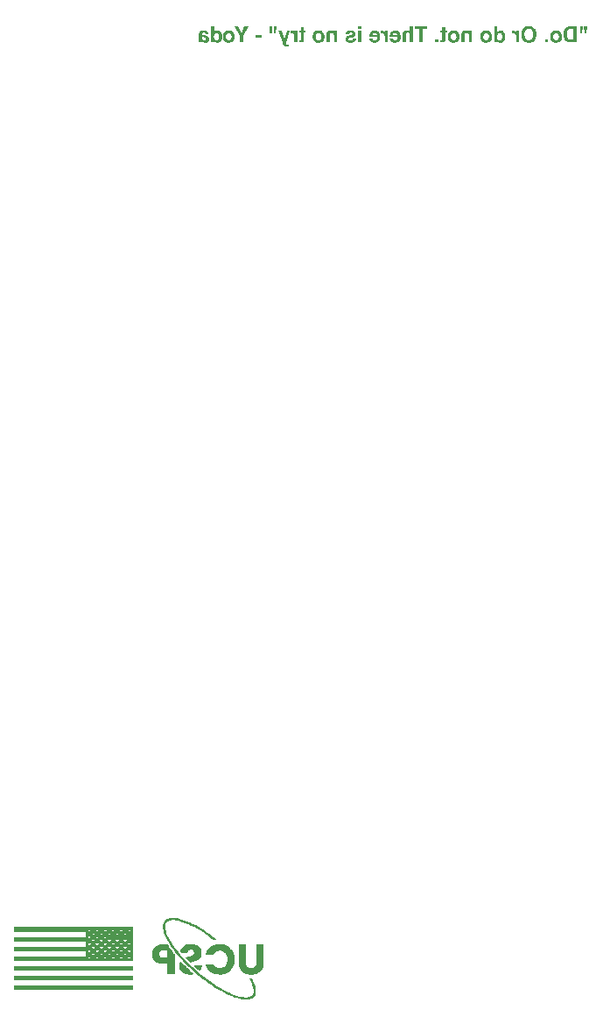
<source format=gbr>
%TF.GenerationSoftware,KiCad,Pcbnew,8.0.2-1*%
%TF.CreationDate,2024-08-26T15:57:13-05:00*%
%TF.ProjectId,BeagleBonePC104,42656167-6c65-4426-9f6e-655043313034,rev?*%
%TF.SameCoordinates,Original*%
%TF.FileFunction,Legend,Bot*%
%TF.FilePolarity,Positive*%
%FSLAX46Y46*%
G04 Gerber Fmt 4.6, Leading zero omitted, Abs format (unit mm)*
G04 Created by KiCad (PCBNEW 8.0.2-1) date 2024-08-26 15:57:13*
%MOMM*%
%LPD*%
G01*
G04 APERTURE LIST*
%ADD10C,0.300000*%
%ADD11C,0.000000*%
G04 APERTURE END LIST*
D10*
G36*
X144637264Y-74820924D02*
G01*
X144356263Y-74820924D01*
X144404623Y-75448506D01*
X144590003Y-75448506D01*
X144637264Y-74820924D01*
G37*
G36*
X144746441Y-74820924D02*
G01*
X144795900Y-75448506D01*
X144981646Y-75448506D01*
X145027808Y-74820924D01*
X144746441Y-74820924D01*
G37*
G36*
X144044120Y-76345000D02*
G01*
X143389794Y-76345000D01*
X143326865Y-76342501D01*
X143247859Y-76331395D01*
X143174452Y-76311406D01*
X143106643Y-76282532D01*
X143029755Y-76233945D01*
X142974543Y-76185081D01*
X142924929Y-76127333D01*
X142880914Y-76060701D01*
X142859177Y-76020316D01*
X142827699Y-75949372D01*
X142802161Y-75873884D01*
X142782562Y-75793853D01*
X142768902Y-75709278D01*
X142761181Y-75620159D01*
X142759832Y-75567208D01*
X143081681Y-75567208D01*
X143083381Y-75629582D01*
X143090938Y-75707617D01*
X143106664Y-75788401D01*
X143130041Y-75861765D01*
X143135715Y-75875627D01*
X143175334Y-75949558D01*
X143224510Y-76007647D01*
X143293961Y-76055394D01*
X143363843Y-76079158D01*
X143443283Y-76087079D01*
X143736008Y-76087079D01*
X143736008Y-75078845D01*
X143443283Y-75078845D01*
X143429913Y-75078967D01*
X143344135Y-75086699D01*
X143272033Y-75106456D01*
X143206373Y-75143762D01*
X143153855Y-75204508D01*
X143133063Y-75246786D01*
X143107125Y-75325520D01*
X143091831Y-75405607D01*
X143084219Y-75482569D01*
X143081681Y-75567208D01*
X142759832Y-75567208D01*
X142759281Y-75545593D01*
X142759535Y-75523020D01*
X142764057Y-75446198D01*
X142774233Y-75366944D01*
X142788224Y-75293534D01*
X142798397Y-75252651D01*
X142822975Y-75181315D01*
X142855610Y-75112877D01*
X142896301Y-75047337D01*
X142949561Y-74982491D01*
X143010423Y-74928635D01*
X143078888Y-74885771D01*
X143154954Y-74853897D01*
X143166862Y-74850162D01*
X143238958Y-74833609D01*
X143314191Y-74824421D01*
X143389794Y-74820924D01*
X144044120Y-74820924D01*
X144044120Y-76345000D01*
G37*
G36*
X142117577Y-75198863D02*
G01*
X142198765Y-75210165D01*
X142272745Y-75230162D01*
X142352004Y-75265633D01*
X142420882Y-75313624D01*
X142479378Y-75374134D01*
X142504782Y-75408020D01*
X142548093Y-75479212D01*
X142581409Y-75554964D01*
X142604731Y-75635275D01*
X142618057Y-75720146D01*
X142621528Y-75794354D01*
X142620278Y-75840025D01*
X142612643Y-75913354D01*
X142594319Y-75996743D01*
X142566001Y-76075109D01*
X142527687Y-76148452D01*
X142479378Y-76216772D01*
X142431352Y-76267222D01*
X142364204Y-76316475D01*
X142286675Y-76353415D01*
X142214138Y-76374792D01*
X142134391Y-76387619D01*
X142047435Y-76391894D01*
X141977379Y-76389158D01*
X141896282Y-76378042D01*
X141822376Y-76358375D01*
X141743181Y-76323487D01*
X141674342Y-76276286D01*
X141615858Y-76216772D01*
X141590454Y-76183240D01*
X141547143Y-76112409D01*
X141513827Y-76036554D01*
X141490505Y-75955676D01*
X141477179Y-75869775D01*
X141473709Y-75794354D01*
X141473723Y-75793621D01*
X141781821Y-75793621D01*
X141782429Y-75823536D01*
X141790003Y-75896918D01*
X141811641Y-75975572D01*
X141851064Y-76045314D01*
X141905516Y-76095791D01*
X141974168Y-76125315D01*
X142048900Y-76133974D01*
X142123511Y-76125315D01*
X142192277Y-76095791D01*
X142247103Y-76045314D01*
X142267157Y-76015792D01*
X142297067Y-75945853D01*
X142312362Y-75870489D01*
X142316713Y-75793621D01*
X142316101Y-75763647D01*
X142308487Y-75690203D01*
X142286735Y-75611663D01*
X142247103Y-75542295D01*
X142192277Y-75492027D01*
X142123511Y-75462624D01*
X142048900Y-75454002D01*
X141974168Y-75462624D01*
X141905516Y-75492027D01*
X141851064Y-75542295D01*
X141831116Y-75571615D01*
X141801363Y-75641310D01*
X141786149Y-75716639D01*
X141781821Y-75793621D01*
X141473723Y-75793621D01*
X141474264Y-75764291D01*
X141482593Y-75677140D01*
X141500917Y-75594550D01*
X141529236Y-75516518D01*
X141567549Y-75443046D01*
X141615858Y-75374134D01*
X141663875Y-75322840D01*
X141730989Y-75272762D01*
X141808457Y-75235204D01*
X141880925Y-75213469D01*
X141960584Y-75200428D01*
X142047435Y-75196081D01*
X142117577Y-75198863D01*
G37*
G36*
X141275505Y-76040184D02*
G01*
X140963363Y-76040184D01*
X140963363Y-76345000D01*
X141275505Y-76345000D01*
X141275505Y-76040184D01*
G37*
G36*
X139468167Y-74775598D02*
G01*
X139543518Y-74782567D01*
X139630976Y-74799120D01*
X139710958Y-74824384D01*
X139783461Y-74858361D01*
X139848487Y-74901049D01*
X139906036Y-74952449D01*
X139933985Y-74979599D01*
X139984475Y-75038801D01*
X140027752Y-75104540D01*
X140063816Y-75176817D01*
X140092667Y-75255631D01*
X140114305Y-75340983D01*
X140128731Y-75432871D01*
X140134817Y-75506078D01*
X140136845Y-75582962D01*
X140136620Y-75608510D01*
X140133239Y-75682893D01*
X140122420Y-75776791D01*
X140104388Y-75864656D01*
X140079143Y-75946487D01*
X140046685Y-76022284D01*
X140007015Y-76092048D01*
X139960132Y-76155778D01*
X139906036Y-76213475D01*
X139860595Y-76255292D01*
X139797065Y-76299722D01*
X139726056Y-76335441D01*
X139647571Y-76362448D01*
X139561608Y-76380743D01*
X139487453Y-76389106D01*
X139408513Y-76391894D01*
X139348794Y-76390326D01*
X139273366Y-76383356D01*
X139185827Y-76366804D01*
X139105783Y-76341539D01*
X139033234Y-76307563D01*
X138968182Y-76264875D01*
X138910624Y-76213475D01*
X138896491Y-76199616D01*
X138844448Y-76140411D01*
X138799582Y-76075173D01*
X138761896Y-76003900D01*
X138731387Y-75926595D01*
X138708057Y-75843255D01*
X138691906Y-75753883D01*
X138682933Y-75658476D01*
X138680914Y-75582962D01*
X138998185Y-75582962D01*
X138998616Y-75615552D01*
X139003462Y-75692884D01*
X139016385Y-75777867D01*
X139037062Y-75854322D01*
X139065492Y-75922251D01*
X139108461Y-75990725D01*
X139130020Y-76016325D01*
X139185583Y-76066266D01*
X139258101Y-76106555D01*
X139329442Y-76127119D01*
X139408147Y-76133974D01*
X139442854Y-76132715D01*
X139518628Y-76119985D01*
X139596298Y-76088649D01*
X139656444Y-76046542D01*
X139709298Y-75990725D01*
X139729333Y-75962800D01*
X139768417Y-75889353D01*
X139793379Y-75817160D01*
X139810458Y-75736441D01*
X139818669Y-75662662D01*
X139821406Y-75582962D01*
X139820968Y-75550371D01*
X139816041Y-75473039D01*
X139802904Y-75388057D01*
X139781883Y-75311601D01*
X139752981Y-75243672D01*
X139709298Y-75175198D01*
X139687540Y-75149598D01*
X139631560Y-75099657D01*
X139558654Y-75059369D01*
X139487047Y-75038805D01*
X139408147Y-75031950D01*
X139384911Y-75032512D01*
X139308365Y-75043339D01*
X139229986Y-75072585D01*
X139161316Y-75119829D01*
X139109193Y-75175931D01*
X139089355Y-75203912D01*
X139050654Y-75277390D01*
X139025937Y-75349496D01*
X139009026Y-75430026D01*
X139000895Y-75503569D01*
X138998185Y-75582962D01*
X138680914Y-75582962D01*
X138681138Y-75556925D01*
X138684503Y-75481267D01*
X138695271Y-75386110D01*
X138713217Y-75297490D01*
X138738341Y-75215407D01*
X138770644Y-75139861D01*
X138810126Y-75070853D01*
X138856786Y-75008382D01*
X138910624Y-74952449D01*
X138956070Y-74910632D01*
X139019624Y-74866201D01*
X139090673Y-74830483D01*
X139169218Y-74803476D01*
X139255258Y-74785181D01*
X139329487Y-74776817D01*
X139408513Y-74774030D01*
X139468167Y-74775598D01*
G37*
G36*
X137906786Y-75492103D02*
G01*
X137988004Y-75499316D01*
X138062022Y-75524674D01*
X138122716Y-75574262D01*
X138144556Y-75607508D01*
X138167848Y-75677893D01*
X138176998Y-75751889D01*
X138178628Y-75807543D01*
X138178628Y-76345000D01*
X138474284Y-76345000D01*
X138474284Y-75219528D01*
X138194016Y-75219528D01*
X138194016Y-75418464D01*
X138153336Y-75355302D01*
X138105481Y-75293838D01*
X138075680Y-75264958D01*
X138013164Y-75225744D01*
X137938959Y-75202807D01*
X137861357Y-75196081D01*
X137847435Y-75196081D01*
X137822156Y-75196081D01*
X137822156Y-75497233D01*
X137871615Y-75493203D01*
X137906786Y-75492103D01*
G37*
G36*
X136347540Y-75366074D02*
G01*
X136363729Y-75341965D01*
X136412687Y-75287236D01*
X136476500Y-75241144D01*
X136512226Y-75223585D01*
X136584434Y-75202418D01*
X136657850Y-75196081D01*
X136671594Y-75196244D01*
X136750419Y-75204040D01*
X136823011Y-75223532D01*
X136899822Y-75261054D01*
X136958907Y-75305885D01*
X137011758Y-75362411D01*
X137049860Y-75417412D01*
X137087057Y-75491394D01*
X137114955Y-75574084D01*
X137131100Y-75649643D01*
X137140787Y-75731248D01*
X137144016Y-75818900D01*
X137142834Y-75865294D01*
X137135612Y-75939068D01*
X137118280Y-76021740D01*
X137091494Y-76098024D01*
X137055254Y-76167920D01*
X137009560Y-76231427D01*
X136974973Y-76269036D01*
X136909762Y-76322787D01*
X136838591Y-76361180D01*
X136761459Y-76384216D01*
X136678367Y-76391894D01*
X136627847Y-76389633D01*
X136550052Y-76375233D01*
X136478332Y-76344633D01*
X136434562Y-76313528D01*
X136380440Y-76257989D01*
X136335083Y-76192958D01*
X136335083Y-76345000D01*
X136049685Y-76345000D01*
X136049685Y-75801681D01*
X136339113Y-75801681D01*
X136339367Y-75819878D01*
X136346776Y-75896485D01*
X136367040Y-75971475D01*
X136403960Y-76041650D01*
X136445189Y-76086279D01*
X136514947Y-76123064D01*
X136593736Y-76133974D01*
X136652034Y-76128112D01*
X136724540Y-76097337D01*
X136779117Y-76040184D01*
X136796954Y-76009795D01*
X136823558Y-75939785D01*
X136837163Y-75866253D01*
X136841032Y-75792522D01*
X136840798Y-75774708D01*
X136833933Y-75699076D01*
X136815156Y-75623743D01*
X136780949Y-75551454D01*
X136731294Y-75495971D01*
X136665448Y-75463518D01*
X136591538Y-75454002D01*
X136581084Y-75454211D01*
X136507695Y-75469098D01*
X136443161Y-75507491D01*
X136436759Y-75513124D01*
X136388292Y-75574159D01*
X136359029Y-75644032D01*
X136344092Y-75717229D01*
X136339113Y-75801681D01*
X136049685Y-75801681D01*
X136049685Y-74830450D01*
X136347540Y-74830450D01*
X136347540Y-75366074D01*
G37*
G36*
X135354492Y-75198863D02*
G01*
X135435681Y-75210165D01*
X135509660Y-75230162D01*
X135588919Y-75265633D01*
X135657797Y-75313624D01*
X135716294Y-75374134D01*
X135741698Y-75408020D01*
X135785009Y-75479212D01*
X135818325Y-75554964D01*
X135841646Y-75635275D01*
X135854973Y-75720146D01*
X135858443Y-75794354D01*
X135857194Y-75840025D01*
X135849559Y-75913354D01*
X135831235Y-75996743D01*
X135802916Y-76075109D01*
X135764603Y-76148452D01*
X135716294Y-76216772D01*
X135668268Y-76267222D01*
X135601120Y-76316475D01*
X135523591Y-76353415D01*
X135451053Y-76374792D01*
X135371307Y-76387619D01*
X135284351Y-76391894D01*
X135214295Y-76389158D01*
X135133197Y-76378042D01*
X135059291Y-76358375D01*
X134980096Y-76323487D01*
X134911257Y-76276286D01*
X134852773Y-76216772D01*
X134827370Y-76183240D01*
X134784059Y-76112409D01*
X134750742Y-76036554D01*
X134727421Y-75955676D01*
X134714095Y-75869775D01*
X134710624Y-75794354D01*
X134710638Y-75793621D01*
X135018736Y-75793621D01*
X135019345Y-75823536D01*
X135026918Y-75896918D01*
X135048557Y-75975572D01*
X135087979Y-76045314D01*
X135142432Y-76095791D01*
X135211083Y-76125315D01*
X135285816Y-76133974D01*
X135360427Y-76125315D01*
X135429193Y-76095791D01*
X135484019Y-76045314D01*
X135504072Y-76015792D01*
X135533983Y-75945853D01*
X135549278Y-75870489D01*
X135553628Y-75793621D01*
X135553016Y-75763647D01*
X135545403Y-75690203D01*
X135523650Y-75611663D01*
X135484019Y-75542295D01*
X135429193Y-75492027D01*
X135360427Y-75462624D01*
X135285816Y-75454002D01*
X135211083Y-75462624D01*
X135142432Y-75492027D01*
X135087979Y-75542295D01*
X135068031Y-75571615D01*
X135038279Y-75641310D01*
X135023064Y-75716639D01*
X135018736Y-75793621D01*
X134710638Y-75793621D01*
X134711179Y-75764291D01*
X134719508Y-75677140D01*
X134737832Y-75594550D01*
X134766151Y-75516518D01*
X134804465Y-75443046D01*
X134852773Y-75374134D01*
X134900791Y-75322840D01*
X134967904Y-75272762D01*
X135045373Y-75235204D01*
X135117841Y-75213469D01*
X135197500Y-75200428D01*
X135284351Y-75196081D01*
X135354492Y-75198863D01*
G37*
G36*
X133395376Y-75439347D02*
G01*
X133472038Y-75449374D01*
X133539815Y-75484036D01*
X133589275Y-75543455D01*
X133600540Y-75566109D01*
X133621315Y-75637094D01*
X133629031Y-75711767D01*
X133629483Y-75737201D01*
X133629483Y-76345000D01*
X133921842Y-76345000D01*
X133921842Y-75224658D01*
X133638642Y-75224658D01*
X133638642Y-75388422D01*
X133593531Y-75326153D01*
X133540832Y-75271428D01*
X133531297Y-75263859D01*
X133463327Y-75225270D01*
X133391542Y-75204090D01*
X133310241Y-75196147D01*
X133301587Y-75196081D01*
X133218537Y-75201783D01*
X133143409Y-75218887D01*
X133068361Y-75251760D01*
X133016922Y-75287306D01*
X132963261Y-75347919D01*
X132930305Y-75417757D01*
X132912852Y-75491188D01*
X132906022Y-75576118D01*
X132905914Y-75589190D01*
X132905914Y-76345000D01*
X133206699Y-76345000D01*
X133206699Y-75661730D01*
X133211931Y-75587708D01*
X133230512Y-75525809D01*
X133278577Y-75469828D01*
X133352520Y-75442387D01*
X133395376Y-75439347D01*
G37*
G36*
X132206690Y-75198863D02*
G01*
X132287879Y-75210165D01*
X132361858Y-75230162D01*
X132441118Y-75265633D01*
X132509996Y-75313624D01*
X132568492Y-75374134D01*
X132593896Y-75408020D01*
X132637207Y-75479212D01*
X132670523Y-75554964D01*
X132693845Y-75635275D01*
X132707171Y-75720146D01*
X132710642Y-75794354D01*
X132709392Y-75840025D01*
X132701757Y-75913354D01*
X132683433Y-75996743D01*
X132655114Y-76075109D01*
X132616801Y-76148452D01*
X132568492Y-76216772D01*
X132520466Y-76267222D01*
X132453318Y-76316475D01*
X132375789Y-76353415D01*
X132303252Y-76374792D01*
X132223505Y-76387619D01*
X132136549Y-76391894D01*
X132066493Y-76389158D01*
X131985396Y-76378042D01*
X131911489Y-76358375D01*
X131832295Y-76323487D01*
X131763455Y-76276286D01*
X131704972Y-76216772D01*
X131679568Y-76183240D01*
X131636257Y-76112409D01*
X131602941Y-76036554D01*
X131579619Y-75955676D01*
X131566293Y-75869775D01*
X131562822Y-75794354D01*
X131562836Y-75793621D01*
X131870935Y-75793621D01*
X131871543Y-75823536D01*
X131879117Y-75896918D01*
X131900755Y-75975572D01*
X131940177Y-76045314D01*
X131994630Y-76095791D01*
X132063282Y-76125315D01*
X132138014Y-76133974D01*
X132212625Y-76125315D01*
X132281391Y-76095791D01*
X132336217Y-76045314D01*
X132356271Y-76015792D01*
X132386181Y-75945853D01*
X132401476Y-75870489D01*
X132405826Y-75793621D01*
X132405215Y-75763647D01*
X132397601Y-75690203D01*
X132375848Y-75611663D01*
X132336217Y-75542295D01*
X132281391Y-75492027D01*
X132212625Y-75462624D01*
X132138014Y-75454002D01*
X132063282Y-75462624D01*
X131994630Y-75492027D01*
X131940177Y-75542295D01*
X131920230Y-75571615D01*
X131890477Y-75641310D01*
X131875262Y-75716639D01*
X131870935Y-75793621D01*
X131562836Y-75793621D01*
X131563378Y-75764291D01*
X131571707Y-75677140D01*
X131590031Y-75594550D01*
X131618349Y-75516518D01*
X131656663Y-75443046D01*
X131704972Y-75374134D01*
X131752989Y-75322840D01*
X131820102Y-75272762D01*
X131897571Y-75235204D01*
X131970039Y-75213469D01*
X132049698Y-75200428D01*
X132136549Y-75196081D01*
X132206690Y-75198863D01*
G37*
G36*
X130845115Y-76133974D02*
G01*
X130845115Y-76345000D01*
X130984333Y-76350129D01*
X131057732Y-76349824D01*
X131131643Y-76341752D01*
X131208124Y-76319164D01*
X131268632Y-76277955D01*
X131305726Y-76213750D01*
X131317898Y-76135180D01*
X131318091Y-76122250D01*
X131318091Y-75430554D01*
X131474895Y-75430554D01*
X131474895Y-75219528D01*
X131318091Y-75219528D01*
X131318091Y-74906287D01*
X131027564Y-74906287D01*
X131027564Y-75219528D01*
X130845115Y-75219528D01*
X130845115Y-75430554D01*
X131027564Y-75430554D01*
X131027564Y-76031758D01*
X131018669Y-76105094D01*
X131010345Y-76118953D01*
X130938816Y-76135348D01*
X130903000Y-76136172D01*
X130874790Y-76135806D01*
X130845115Y-76133974D01*
G37*
G36*
X130665596Y-76040184D02*
G01*
X130353454Y-76040184D01*
X130353454Y-76345000D01*
X130665596Y-76345000D01*
X130665596Y-76040184D01*
G37*
G36*
X128366660Y-74820924D02*
G01*
X128366660Y-75078845D01*
X128820952Y-75078845D01*
X128820952Y-76345000D01*
X129140422Y-76345000D01*
X129140422Y-75078845D01*
X129596912Y-75078845D01*
X129596912Y-74820924D01*
X128366660Y-74820924D01*
G37*
G36*
X127196859Y-75687376D02*
G01*
X127196859Y-76345000D01*
X127496545Y-76345000D01*
X127496545Y-75656967D01*
X127502436Y-75583627D01*
X127525426Y-75512861D01*
X127527320Y-75509323D01*
X127580960Y-75452785D01*
X127653103Y-75431785D01*
X127680094Y-75430554D01*
X127753567Y-75439819D01*
X127823319Y-75474655D01*
X127857048Y-75508956D01*
X127893661Y-75577134D01*
X127911264Y-75648275D01*
X127917073Y-75723436D01*
X127917131Y-75732438D01*
X127917131Y-76345000D01*
X128209490Y-76345000D01*
X128209490Y-74827152D01*
X127917131Y-74827152D01*
X127917131Y-75364242D01*
X127870924Y-75306472D01*
X127815085Y-75258756D01*
X127769487Y-75233450D01*
X127699632Y-75209255D01*
X127626995Y-75197395D01*
X127592533Y-75196081D01*
X127517176Y-75201130D01*
X127441586Y-75217995D01*
X127403489Y-75231985D01*
X127334937Y-75270694D01*
X127278026Y-75323988D01*
X127263904Y-75341894D01*
X127226443Y-75405458D01*
X127207117Y-75470854D01*
X127200105Y-75544936D01*
X127197350Y-75625674D01*
X127196859Y-75687376D01*
G37*
G36*
X126515628Y-75196692D02*
G01*
X126598953Y-75205858D01*
X126676095Y-75226024D01*
X126747056Y-75257190D01*
X126811833Y-75299354D01*
X126870429Y-75352519D01*
X126912963Y-75404636D01*
X126954488Y-75476008D01*
X126985632Y-75557015D01*
X127003655Y-75631880D01*
X127014469Y-75713435D01*
X127018073Y-75801681D01*
X127017914Y-75821066D01*
X127014075Y-75895206D01*
X127002081Y-75980234D01*
X126982090Y-76056764D01*
X126954103Y-76124797D01*
X126909963Y-76195221D01*
X126854309Y-76253408D01*
X126833596Y-76270178D01*
X126769106Y-76313996D01*
X126701087Y-76348076D01*
X126629538Y-76372420D01*
X126554461Y-76387025D01*
X126475854Y-76391894D01*
X126428231Y-76390474D01*
X126353351Y-76381796D01*
X126270911Y-76360969D01*
X126196559Y-76328782D01*
X126130296Y-76285235D01*
X126072121Y-76230327D01*
X126026416Y-76173182D01*
X125988029Y-76103731D01*
X125968073Y-76028461D01*
X126267759Y-76028461D01*
X126276934Y-76046248D01*
X126322348Y-76105764D01*
X126329579Y-76112019D01*
X126397013Y-76147533D01*
X126469993Y-76157421D01*
X126475304Y-76157376D01*
X126549219Y-76145881D01*
X126616172Y-76111259D01*
X126660319Y-76067204D01*
X126695971Y-76001220D01*
X126715205Y-75927970D01*
X126722418Y-75852606D01*
X125953419Y-75852606D01*
X125953249Y-75793749D01*
X125955531Y-75714082D01*
X125960150Y-75665027D01*
X126258600Y-75665027D01*
X126715090Y-75665027D01*
X126709605Y-75632353D01*
X126685801Y-75557698D01*
X126644748Y-75493935D01*
X126629933Y-75479080D01*
X126561734Y-75441015D01*
X126486479Y-75430554D01*
X126463507Y-75431487D01*
X126390587Y-75449449D01*
X126329309Y-75490272D01*
X126301121Y-75523588D01*
X126270261Y-75592475D01*
X126258600Y-75665027D01*
X125960150Y-75665027D01*
X125962944Y-75635352D01*
X125965553Y-75619399D01*
X125984050Y-75543286D01*
X126011635Y-75473254D01*
X126048307Y-75409305D01*
X126057619Y-75395707D01*
X126108775Y-75334670D01*
X126167586Y-75285225D01*
X126234054Y-75247372D01*
X126255322Y-75238206D01*
X126329797Y-75214163D01*
X126409782Y-75200138D01*
X126486479Y-75196081D01*
X126515628Y-75196692D01*
G37*
G36*
X125196877Y-75492103D02*
G01*
X125278095Y-75499316D01*
X125352113Y-75524674D01*
X125412807Y-75574262D01*
X125434647Y-75607508D01*
X125457938Y-75677893D01*
X125467089Y-75751889D01*
X125468719Y-75807543D01*
X125468719Y-76345000D01*
X125764375Y-76345000D01*
X125764375Y-75219528D01*
X125484106Y-75219528D01*
X125484106Y-75418464D01*
X125443427Y-75355302D01*
X125395572Y-75293838D01*
X125365771Y-75264958D01*
X125303254Y-75225744D01*
X125229049Y-75202807D01*
X125151448Y-75196081D01*
X125137526Y-75196081D01*
X125112247Y-75196081D01*
X125112247Y-75497233D01*
X125161706Y-75493203D01*
X125196877Y-75492103D01*
G37*
G36*
X124531399Y-75196692D02*
G01*
X124614724Y-75205858D01*
X124691866Y-75226024D01*
X124762827Y-75257190D01*
X124827604Y-75299354D01*
X124886200Y-75352519D01*
X124928734Y-75404636D01*
X124970259Y-75476008D01*
X125001403Y-75557015D01*
X125019426Y-75631880D01*
X125030240Y-75713435D01*
X125033845Y-75801681D01*
X125033685Y-75821066D01*
X125029846Y-75895206D01*
X125017852Y-75980234D01*
X124997861Y-76056764D01*
X124969874Y-76124797D01*
X124925734Y-76195221D01*
X124870080Y-76253408D01*
X124849367Y-76270178D01*
X124784877Y-76313996D01*
X124716858Y-76348076D01*
X124645310Y-76372420D01*
X124570232Y-76387025D01*
X124491625Y-76391894D01*
X124444002Y-76390474D01*
X124369122Y-76381796D01*
X124286682Y-76360969D01*
X124212330Y-76328782D01*
X124146067Y-76285235D01*
X124087892Y-76230327D01*
X124042187Y-76173182D01*
X124003800Y-76103731D01*
X123983845Y-76028461D01*
X124283531Y-76028461D01*
X124292705Y-76046248D01*
X124338119Y-76105764D01*
X124345350Y-76112019D01*
X124412784Y-76147533D01*
X124485764Y-76157421D01*
X124491075Y-76157376D01*
X124564990Y-76145881D01*
X124631943Y-76111259D01*
X124676090Y-76067204D01*
X124711742Y-76001220D01*
X124730976Y-75927970D01*
X124738189Y-75852606D01*
X123969190Y-75852606D01*
X123969020Y-75793749D01*
X123971302Y-75714082D01*
X123975921Y-75665027D01*
X124274371Y-75665027D01*
X124730861Y-75665027D01*
X124725377Y-75632353D01*
X124701572Y-75557698D01*
X124660519Y-75493935D01*
X124645705Y-75479080D01*
X124577505Y-75441015D01*
X124502250Y-75430554D01*
X124479278Y-75431487D01*
X124406358Y-75449449D01*
X124345080Y-75490272D01*
X124316893Y-75523588D01*
X124286032Y-75592475D01*
X124274371Y-75665027D01*
X123975921Y-75665027D01*
X123978715Y-75635352D01*
X123981324Y-75619399D01*
X123999821Y-75543286D01*
X124027406Y-75473254D01*
X124064078Y-75409305D01*
X124073391Y-75395707D01*
X124124546Y-75334670D01*
X124183357Y-75285225D01*
X124249825Y-75247372D01*
X124271093Y-75238206D01*
X124345568Y-75214163D01*
X124425553Y-75200138D01*
X124502250Y-75196081D01*
X124531399Y-75196692D01*
G37*
G36*
X122892079Y-75219528D02*
G01*
X122892079Y-76345000D01*
X123189933Y-76345000D01*
X123189933Y-75219528D01*
X122892079Y-75219528D01*
G37*
G36*
X122892079Y-74820924D02*
G01*
X122892079Y-75102292D01*
X123189933Y-75102292D01*
X123189933Y-74820924D01*
X122892079Y-74820924D01*
G37*
G36*
X121836950Y-75283276D02*
G01*
X121778011Y-75334933D01*
X121733086Y-75401612D01*
X121705271Y-75472277D01*
X121688186Y-75554443D01*
X121685275Y-75580031D01*
X121979099Y-75580031D01*
X121999364Y-75508246D01*
X122010973Y-75490272D01*
X122071284Y-75447408D01*
X122147776Y-75431487D01*
X122175837Y-75430554D01*
X122249237Y-75436234D01*
X122312491Y-75460230D01*
X122352800Y-75522442D01*
X122353157Y-75529839D01*
X122320058Y-75596357D01*
X122309926Y-75602379D01*
X122238522Y-75626993D01*
X122158518Y-75647669D01*
X122080482Y-75665942D01*
X122003646Y-75682979D01*
X121931220Y-75702930D01*
X121858708Y-75730625D01*
X121790216Y-75768022D01*
X121740963Y-75806810D01*
X121691737Y-75869468D01*
X121662944Y-75942083D01*
X121654501Y-76016737D01*
X121662263Y-76095734D01*
X121685550Y-76167130D01*
X121724362Y-76230923D01*
X121778698Y-76287114D01*
X121849246Y-76332955D01*
X121924838Y-76362322D01*
X121999928Y-76379513D01*
X122084524Y-76389336D01*
X122162281Y-76391894D01*
X122241676Y-76389077D01*
X122328023Y-76378257D01*
X122404634Y-76359324D01*
X122481705Y-76326979D01*
X122545523Y-76283589D01*
X122553558Y-76276489D01*
X122608696Y-76215009D01*
X122648080Y-76146338D01*
X122671711Y-76070478D01*
X122679588Y-75987428D01*
X122382100Y-75987428D01*
X122364660Y-76061256D01*
X122341800Y-76098803D01*
X122276294Y-76138874D01*
X122199932Y-76154616D01*
X122139933Y-76157421D01*
X122066421Y-76151786D01*
X122002180Y-76131775D01*
X121953692Y-76076052D01*
X121951256Y-76054839D01*
X121982671Y-75986878D01*
X121992288Y-75980101D01*
X122062809Y-75953157D01*
X122142871Y-75930505D01*
X122221250Y-75910481D01*
X122298569Y-75891807D01*
X122376552Y-75870151D01*
X122452539Y-75842611D01*
X122521273Y-75808070D01*
X122567480Y-75774204D01*
X122615257Y-75713290D01*
X122639681Y-75642155D01*
X122645882Y-75573070D01*
X122638257Y-75498492D01*
X122611451Y-75421106D01*
X122571420Y-75358108D01*
X122523883Y-75307456D01*
X122456495Y-75258729D01*
X122387350Y-75227514D01*
X122308703Y-75206958D01*
X122233728Y-75197821D01*
X122179867Y-75196081D01*
X122103849Y-75199147D01*
X122021999Y-75210472D01*
X121947512Y-75230142D01*
X121871400Y-75262840D01*
X121836950Y-75283276D01*
G37*
G36*
X120330826Y-75439347D02*
G01*
X120407488Y-75449374D01*
X120475266Y-75484036D01*
X120524725Y-75543455D01*
X120535990Y-75566109D01*
X120556765Y-75637094D01*
X120564481Y-75711767D01*
X120564933Y-75737201D01*
X120564933Y-76345000D01*
X120857292Y-76345000D01*
X120857292Y-75224658D01*
X120574092Y-75224658D01*
X120574092Y-75388422D01*
X120528981Y-75326153D01*
X120476282Y-75271428D01*
X120466748Y-75263859D01*
X120398777Y-75225270D01*
X120326992Y-75204090D01*
X120245691Y-75196147D01*
X120237037Y-75196081D01*
X120153987Y-75201783D01*
X120078859Y-75218887D01*
X120003811Y-75251760D01*
X119952372Y-75287306D01*
X119898711Y-75347919D01*
X119865755Y-75417757D01*
X119848302Y-75491188D01*
X119841472Y-75576118D01*
X119841364Y-75589190D01*
X119841364Y-76345000D01*
X120142149Y-76345000D01*
X120142149Y-75661730D01*
X120147381Y-75587708D01*
X120165963Y-75525809D01*
X120214027Y-75469828D01*
X120287970Y-75442387D01*
X120330826Y-75439347D01*
G37*
G36*
X119142140Y-75198863D02*
G01*
X119223329Y-75210165D01*
X119297309Y-75230162D01*
X119376568Y-75265633D01*
X119445446Y-75313624D01*
X119503942Y-75374134D01*
X119529346Y-75408020D01*
X119572657Y-75479212D01*
X119605973Y-75554964D01*
X119629295Y-75635275D01*
X119642621Y-75720146D01*
X119646092Y-75794354D01*
X119644842Y-75840025D01*
X119637207Y-75913354D01*
X119618883Y-75996743D01*
X119590565Y-76075109D01*
X119552251Y-76148452D01*
X119503942Y-76216772D01*
X119455916Y-76267222D01*
X119388768Y-76316475D01*
X119311239Y-76353415D01*
X119238702Y-76374792D01*
X119158955Y-76387619D01*
X119071999Y-76391894D01*
X119001943Y-76389158D01*
X118920846Y-76378042D01*
X118846940Y-76358375D01*
X118767745Y-76323487D01*
X118698905Y-76276286D01*
X118640422Y-76216772D01*
X118615018Y-76183240D01*
X118571707Y-76112409D01*
X118538391Y-76036554D01*
X118515069Y-75955676D01*
X118501743Y-75869775D01*
X118498272Y-75794354D01*
X118498286Y-75793621D01*
X118806385Y-75793621D01*
X118806993Y-75823536D01*
X118814567Y-75896918D01*
X118836205Y-75975572D01*
X118875628Y-76045314D01*
X118930080Y-76095791D01*
X118998732Y-76125315D01*
X119073464Y-76133974D01*
X119148075Y-76125315D01*
X119216841Y-76095791D01*
X119271667Y-76045314D01*
X119291721Y-76015792D01*
X119321631Y-75945853D01*
X119336926Y-75870489D01*
X119341277Y-75793621D01*
X119340665Y-75763647D01*
X119333051Y-75690203D01*
X119311298Y-75611663D01*
X119271667Y-75542295D01*
X119216841Y-75492027D01*
X119148075Y-75462624D01*
X119073464Y-75454002D01*
X118998732Y-75462624D01*
X118930080Y-75492027D01*
X118875628Y-75542295D01*
X118855680Y-75571615D01*
X118825927Y-75641310D01*
X118810712Y-75716639D01*
X118806385Y-75793621D01*
X118498286Y-75793621D01*
X118498828Y-75764291D01*
X118507157Y-75677140D01*
X118525481Y-75594550D01*
X118553799Y-75516518D01*
X118592113Y-75443046D01*
X118640422Y-75374134D01*
X118688439Y-75322840D01*
X118755552Y-75272762D01*
X118833021Y-75235204D01*
X118905489Y-75213469D01*
X118985148Y-75200428D01*
X119071999Y-75196081D01*
X119142140Y-75198863D01*
G37*
G36*
X117197313Y-76133974D02*
G01*
X117197313Y-76345000D01*
X117336531Y-76350129D01*
X117409930Y-76349824D01*
X117483841Y-76341752D01*
X117560323Y-76319164D01*
X117620830Y-76277955D01*
X117657924Y-76213750D01*
X117670096Y-76135180D01*
X117670289Y-76122250D01*
X117670289Y-75430554D01*
X117827093Y-75430554D01*
X117827093Y-75219528D01*
X117670289Y-75219528D01*
X117670289Y-74906287D01*
X117379762Y-74906287D01*
X117379762Y-75219528D01*
X117197313Y-75219528D01*
X117197313Y-75430554D01*
X117379762Y-75430554D01*
X117379762Y-76031758D01*
X117370867Y-76105094D01*
X117362543Y-76118953D01*
X117291014Y-76135348D01*
X117255198Y-76136172D01*
X117226988Y-76135806D01*
X117197313Y-76133974D01*
G37*
G36*
X116448098Y-75492103D02*
G01*
X116529316Y-75499316D01*
X116603334Y-75524674D01*
X116664028Y-75574262D01*
X116685868Y-75607508D01*
X116709160Y-75677893D01*
X116718310Y-75751889D01*
X116719940Y-75807543D01*
X116719940Y-76345000D01*
X117015596Y-76345000D01*
X117015596Y-75219528D01*
X116735327Y-75219528D01*
X116735327Y-75418464D01*
X116694648Y-75355302D01*
X116646793Y-75293838D01*
X116616992Y-75264958D01*
X116554476Y-75225744D01*
X116480271Y-75202807D01*
X116402669Y-75196081D01*
X116388747Y-75196081D01*
X116363468Y-75196081D01*
X116363468Y-75497233D01*
X116412927Y-75493203D01*
X116448098Y-75492103D01*
G37*
G36*
X115739916Y-76044581D02*
G01*
X115508007Y-75219528D01*
X115195865Y-75219528D01*
X115581280Y-76319354D01*
X115608397Y-76395163D01*
X115640248Y-76479282D01*
X115669827Y-76551576D01*
X115702323Y-76622721D01*
X115740563Y-76691094D01*
X115757501Y-76713928D01*
X115817452Y-76757522D01*
X115889364Y-76779731D01*
X115970559Y-76789302D01*
X116017254Y-76790498D01*
X116079902Y-76790498D01*
X116150976Y-76790498D01*
X116150976Y-76556025D01*
X116113974Y-76557857D01*
X116038927Y-76555824D01*
X116031542Y-76554926D01*
X115965596Y-76531479D01*
X115922123Y-76468313D01*
X115917969Y-76458206D01*
X115899651Y-76390429D01*
X116311810Y-75219528D01*
X115985013Y-75219528D01*
X115739916Y-76044581D01*
G37*
G36*
X114602721Y-74820924D02*
G01*
X114321720Y-74820924D01*
X114370080Y-75448506D01*
X114555460Y-75448506D01*
X114602721Y-74820924D01*
G37*
G36*
X114711898Y-74820924D02*
G01*
X114761357Y-75448506D01*
X114947103Y-75448506D01*
X114993265Y-74820924D01*
X114711898Y-74820924D01*
G37*
G36*
X113538799Y-75618133D02*
G01*
X112947121Y-75618133D01*
X112947121Y-75899501D01*
X113538799Y-75899501D01*
X113538799Y-75618133D01*
G37*
G36*
X110936880Y-74820924D02*
G01*
X111445027Y-75772006D01*
X111445027Y-76345000D01*
X111762299Y-76345000D01*
X111762299Y-75772006D01*
X112288032Y-74820924D01*
X111913974Y-74820924D01*
X111598534Y-75484776D01*
X111296650Y-74820924D01*
X110936880Y-74820924D01*
G37*
G36*
X110447584Y-75198863D02*
G01*
X110528772Y-75210165D01*
X110602752Y-75230162D01*
X110682011Y-75265633D01*
X110750889Y-75313624D01*
X110809385Y-75374134D01*
X110834789Y-75408020D01*
X110878100Y-75479212D01*
X110911416Y-75554964D01*
X110934738Y-75635275D01*
X110948064Y-75720146D01*
X110951535Y-75794354D01*
X110950285Y-75840025D01*
X110942650Y-75913354D01*
X110924326Y-75996743D01*
X110896008Y-76075109D01*
X110857694Y-76148452D01*
X110809385Y-76216772D01*
X110761359Y-76267222D01*
X110694211Y-76316475D01*
X110616682Y-76353415D01*
X110544145Y-76374792D01*
X110464398Y-76387619D01*
X110377442Y-76391894D01*
X110307386Y-76389158D01*
X110226289Y-76378042D01*
X110152383Y-76358375D01*
X110073188Y-76323487D01*
X110004349Y-76276286D01*
X109945865Y-76216772D01*
X109920461Y-76183240D01*
X109877150Y-76112409D01*
X109843834Y-76036554D01*
X109820512Y-75955676D01*
X109807186Y-75869775D01*
X109803715Y-75794354D01*
X109803729Y-75793621D01*
X110111828Y-75793621D01*
X110112436Y-75823536D01*
X110120010Y-75896918D01*
X110141648Y-75975572D01*
X110181071Y-76045314D01*
X110235523Y-76095791D01*
X110304175Y-76125315D01*
X110378907Y-76133974D01*
X110453518Y-76125315D01*
X110522284Y-76095791D01*
X110577110Y-76045314D01*
X110597164Y-76015792D01*
X110627074Y-75945853D01*
X110642369Y-75870489D01*
X110646720Y-75793621D01*
X110646108Y-75763647D01*
X110638494Y-75690203D01*
X110616741Y-75611663D01*
X110577110Y-75542295D01*
X110522284Y-75492027D01*
X110453518Y-75462624D01*
X110378907Y-75454002D01*
X110304175Y-75462624D01*
X110235523Y-75492027D01*
X110181071Y-75542295D01*
X110161123Y-75571615D01*
X110131370Y-75641310D01*
X110116156Y-75716639D01*
X110111828Y-75793621D01*
X109803729Y-75793621D01*
X109804271Y-75764291D01*
X109812600Y-75677140D01*
X109830924Y-75594550D01*
X109859243Y-75516518D01*
X109897556Y-75443046D01*
X109945865Y-75374134D01*
X109993882Y-75322840D01*
X110060996Y-75272762D01*
X110138464Y-75235204D01*
X110210932Y-75213469D01*
X110290591Y-75200428D01*
X110377442Y-75196081D01*
X110447584Y-75198863D01*
G37*
G36*
X108953750Y-75366074D02*
G01*
X108969940Y-75341965D01*
X109018897Y-75287236D01*
X109082711Y-75241144D01*
X109118436Y-75223585D01*
X109190645Y-75202418D01*
X109264061Y-75196081D01*
X109277805Y-75196244D01*
X109356630Y-75204040D01*
X109429222Y-75223532D01*
X109506033Y-75261054D01*
X109565118Y-75305885D01*
X109617969Y-75362411D01*
X109656070Y-75417412D01*
X109693268Y-75491394D01*
X109721166Y-75574084D01*
X109737311Y-75649643D01*
X109746997Y-75731248D01*
X109750226Y-75818900D01*
X109749045Y-75865294D01*
X109741823Y-75939068D01*
X109724491Y-76021740D01*
X109697705Y-76098024D01*
X109661465Y-76167920D01*
X109615771Y-76231427D01*
X109581184Y-76269036D01*
X109515973Y-76322787D01*
X109444802Y-76361180D01*
X109367670Y-76384216D01*
X109284577Y-76391894D01*
X109234058Y-76389633D01*
X109156263Y-76375233D01*
X109084542Y-76344633D01*
X109040773Y-76313528D01*
X108986651Y-76257989D01*
X108941294Y-76192958D01*
X108941294Y-76345000D01*
X108655896Y-76345000D01*
X108655896Y-75801681D01*
X108945324Y-75801681D01*
X108945577Y-75819878D01*
X108952987Y-75896485D01*
X108973251Y-75971475D01*
X109010170Y-76041650D01*
X109051399Y-76086279D01*
X109121157Y-76123064D01*
X109199947Y-76133974D01*
X109258245Y-76128112D01*
X109330751Y-76097337D01*
X109385327Y-76040184D01*
X109403164Y-76009795D01*
X109429769Y-75939785D01*
X109443373Y-75866253D01*
X109447243Y-75792522D01*
X109447008Y-75774708D01*
X109440143Y-75699076D01*
X109421367Y-75623743D01*
X109387159Y-75551454D01*
X109337504Y-75495971D01*
X109271659Y-75463518D01*
X109197749Y-75454002D01*
X109187295Y-75454211D01*
X109113906Y-75469098D01*
X109049371Y-75507491D01*
X109042970Y-75513124D01*
X108994503Y-75574159D01*
X108965239Y-75644032D01*
X108950303Y-75717229D01*
X108945324Y-75801681D01*
X108655896Y-75801681D01*
X108655896Y-74830450D01*
X108953750Y-74830450D01*
X108953750Y-75366074D01*
G37*
G36*
X107988369Y-75196656D02*
G01*
X108069642Y-75203129D01*
X108156401Y-75220388D01*
X108231415Y-75248003D01*
X108294681Y-75285973D01*
X108353646Y-75343360D01*
X108366759Y-75361546D01*
X108402422Y-75428866D01*
X108425706Y-75506489D01*
X108436078Y-75585160D01*
X108152512Y-75585160D01*
X108145119Y-75550799D01*
X108111479Y-75482212D01*
X108105836Y-75475956D01*
X108038573Y-75439080D01*
X107963834Y-75430554D01*
X107895960Y-75434968D01*
X107823517Y-75457299D01*
X107796192Y-75480586D01*
X107775523Y-75553653D01*
X107782926Y-75589604D01*
X107838171Y-75638283D01*
X107881287Y-75651844D01*
X107954675Y-75664295D01*
X108054692Y-75676751D01*
X108095903Y-75682704D01*
X108170595Y-75697359D01*
X108242308Y-75718225D01*
X108312247Y-75750024D01*
X108358264Y-75782168D01*
X108409585Y-75836698D01*
X108445619Y-75902342D01*
X108466366Y-75979100D01*
X108471981Y-76053740D01*
X108469557Y-76102546D01*
X108452978Y-76181336D01*
X108420691Y-76248476D01*
X108372697Y-76303967D01*
X108340268Y-76329297D01*
X108275404Y-76364073D01*
X108202194Y-76384939D01*
X108120638Y-76391894D01*
X108048388Y-76386527D01*
X107974451Y-76368227D01*
X107906315Y-76336939D01*
X107881927Y-76321802D01*
X107822788Y-76277923D01*
X107765997Y-76223367D01*
X107757937Y-76286015D01*
X107739253Y-76345000D01*
X107419783Y-76345000D01*
X107419783Y-76301769D01*
X107463381Y-76267697D01*
X107466775Y-76261989D01*
X107480600Y-76189661D01*
X107481939Y-76135702D01*
X107482798Y-76059968D01*
X107482798Y-75914521D01*
X107776622Y-75914521D01*
X107784356Y-75990298D01*
X107810339Y-76063157D01*
X107859420Y-76117854D01*
X107889899Y-76136654D01*
X107959558Y-76164045D01*
X108034176Y-76173175D01*
X108066289Y-76170508D01*
X108134926Y-76139469D01*
X108162442Y-76105665D01*
X108177424Y-76031025D01*
X108162451Y-75961688D01*
X108109281Y-75906461D01*
X108051676Y-75883227D01*
X107976290Y-75866161D01*
X107910345Y-75854071D01*
X107904246Y-75852876D01*
X107832676Y-75833921D01*
X107776622Y-75805345D01*
X107776622Y-75914521D01*
X107482798Y-75914521D01*
X107482798Y-75545226D01*
X107482938Y-75532668D01*
X107491751Y-75451872D01*
X107518610Y-75374775D01*
X107563375Y-75313936D01*
X107626046Y-75269354D01*
X107644113Y-75260481D01*
X107719584Y-75230714D01*
X107800184Y-75210106D01*
X107874916Y-75199587D01*
X107953576Y-75196081D01*
X107988369Y-75196656D01*
G37*
D11*
%TO.C,G\u002A\u002A\u002A*%
G36*
X107774219Y-165632414D02*
G01*
X107774073Y-165642930D01*
X107764276Y-165728416D01*
X107740809Y-165821675D01*
X107706041Y-165916135D01*
X107662341Y-166005220D01*
X107612079Y-166082356D01*
X107592889Y-166106654D01*
X107576149Y-166123629D01*
X107564151Y-166127259D01*
X107552434Y-166120388D01*
X107510516Y-166084302D01*
X107446749Y-166028817D01*
X107377076Y-165967680D01*
X107306070Y-165904934D01*
X107238301Y-165844622D01*
X107178342Y-165790786D01*
X107130764Y-165747470D01*
X107094114Y-165713467D01*
X107060098Y-165680607D01*
X107038447Y-165656958D01*
X107026700Y-165639377D01*
X107022398Y-165624720D01*
X107023079Y-165609841D01*
X107028053Y-165575953D01*
X107401136Y-165575953D01*
X107774219Y-165575953D01*
X107774219Y-165632414D01*
G37*
G36*
X106101122Y-165536359D02*
G01*
X106170075Y-165605141D01*
X106294924Y-165728647D01*
X106409492Y-165840387D01*
X106517025Y-165943426D01*
X106620768Y-166040827D01*
X106723965Y-166135652D01*
X106829863Y-166230965D01*
X106941707Y-166329829D01*
X106980863Y-166364569D01*
X107013628Y-166394391D01*
X107036346Y-166415920D01*
X107045591Y-166425987D01*
X107037789Y-166431950D01*
X107011647Y-166439475D01*
X106971049Y-166447714D01*
X106919946Y-166455957D01*
X106862287Y-166463498D01*
X106802023Y-166469628D01*
X106749834Y-166473978D01*
X106697495Y-166477545D01*
X106654282Y-166478890D01*
X106612845Y-166478013D01*
X106565832Y-166474912D01*
X106505895Y-166469586D01*
X106502476Y-166469262D01*
X106342498Y-166444840D01*
X106195306Y-166403723D01*
X106061706Y-166346404D01*
X105942506Y-166273377D01*
X105838512Y-166185133D01*
X105750533Y-166082166D01*
X105679375Y-165964968D01*
X105644954Y-165889672D01*
X105619511Y-165814376D01*
X105603993Y-165737002D01*
X105597123Y-165651076D01*
X105597626Y-165550124D01*
X105600585Y-165491570D01*
X105610196Y-165405166D01*
X105626691Y-165332246D01*
X105651420Y-165267528D01*
X105685735Y-165205730D01*
X105718698Y-165153985D01*
X106101122Y-165536359D01*
G37*
G36*
X106824684Y-163514142D02*
G01*
X106984827Y-163530736D01*
X107128460Y-163560877D01*
X107256845Y-163604890D01*
X107371244Y-163663099D01*
X107454844Y-163718656D01*
X107553875Y-163802201D01*
X107632965Y-163894034D01*
X107692962Y-163995676D01*
X107734711Y-164108649D01*
X107759059Y-164234476D01*
X107766851Y-164374677D01*
X107766684Y-164395912D01*
X107759920Y-164509153D01*
X107742172Y-164607404D01*
X107711933Y-164695253D01*
X107667695Y-164777282D01*
X107607952Y-164858079D01*
X107564831Y-164905760D01*
X107512808Y-164953555D01*
X107453339Y-164998265D01*
X107384357Y-165040952D01*
X107303793Y-165082683D01*
X107209580Y-165124520D01*
X107099651Y-165167528D01*
X106971938Y-165212770D01*
X106824373Y-165261311D01*
X106815048Y-165264283D01*
X106762856Y-165280659D01*
X106718680Y-165294092D01*
X106686936Y-165303263D01*
X106672035Y-165306853D01*
X106671735Y-165306816D01*
X106660317Y-165298056D01*
X106636184Y-165275642D01*
X106601706Y-165242025D01*
X106559255Y-165199657D01*
X106511204Y-165150988D01*
X106459923Y-165098472D01*
X106407785Y-165044558D01*
X106357162Y-164991698D01*
X106310424Y-164942345D01*
X106269944Y-164898950D01*
X106238093Y-164863964D01*
X106217243Y-164839838D01*
X106209766Y-164829025D01*
X106211275Y-164826428D01*
X106218209Y-164821906D01*
X106232577Y-164815170D01*
X106256329Y-164805481D01*
X106291414Y-164792096D01*
X106339786Y-164774274D01*
X106403393Y-164751274D01*
X106484186Y-164722355D01*
X106584118Y-164686775D01*
X106693411Y-164645905D01*
X106788170Y-164605431D01*
X106864185Y-164566319D01*
X106923155Y-164527443D01*
X106966779Y-164487675D01*
X106996758Y-164445886D01*
X107014790Y-164400948D01*
X107022280Y-164360340D01*
X107019686Y-164289400D01*
X106998638Y-164222935D01*
X106961234Y-164164815D01*
X106909572Y-164118911D01*
X106845749Y-164089092D01*
X106794416Y-164080073D01*
X106730487Y-164078156D01*
X106664114Y-164083330D01*
X106604674Y-164095351D01*
X106592148Y-164099414D01*
X106532408Y-164130053D01*
X106478903Y-164174758D01*
X106436982Y-164228258D01*
X106411993Y-164285280D01*
X106406750Y-164305436D01*
X106398461Y-164336760D01*
X106393407Y-164355121D01*
X106391501Y-164357430D01*
X106379581Y-164361378D01*
X106355233Y-164364401D01*
X106316473Y-164366591D01*
X106261318Y-164368041D01*
X106187784Y-164368843D01*
X106093889Y-164369089D01*
X105798515Y-164369089D01*
X105739349Y-164299248D01*
X105732606Y-164291286D01*
X105703183Y-164256500D01*
X105678766Y-164227564D01*
X105664079Y-164210075D01*
X105661364Y-164206579D01*
X105655830Y-164193980D01*
X105656385Y-164176120D01*
X105663735Y-164147823D01*
X105678588Y-164103916D01*
X105690176Y-164072917D01*
X105749206Y-163952715D01*
X105825447Y-163846137D01*
X105918218Y-163753547D01*
X106026840Y-163675308D01*
X106150630Y-163611786D01*
X106288910Y-163563344D01*
X106440998Y-163530348D01*
X106606214Y-163513161D01*
X106783876Y-163512148D01*
X106824684Y-163514142D01*
G37*
G36*
X105159348Y-164502941D02*
G01*
X105159348Y-165475258D01*
X105159348Y-166447576D01*
X104807347Y-166447576D01*
X104455345Y-166447576D01*
X104455345Y-165927954D01*
X104455345Y-165408333D01*
X104184359Y-165408115D01*
X104088630Y-165407467D01*
X103972556Y-165404510D01*
X103872897Y-165398828D01*
X103786263Y-165390053D01*
X103709261Y-165377815D01*
X103638500Y-165361747D01*
X103570589Y-165341480D01*
X103556439Y-165336665D01*
X103425188Y-165280084D01*
X103306159Y-165205531D01*
X103196677Y-165111359D01*
X103172433Y-165086985D01*
X103134327Y-165045443D01*
X103104798Y-165006388D01*
X103078303Y-164962042D01*
X103049295Y-164904627D01*
X103031165Y-164865677D01*
X102994384Y-164771834D01*
X102970375Y-164680785D01*
X102957366Y-164584574D01*
X102953805Y-164481626D01*
X103678706Y-164481626D01*
X103678708Y-164485944D01*
X103679284Y-164539320D01*
X103681732Y-164577382D01*
X103687255Y-164606715D01*
X103697058Y-164633902D01*
X103712346Y-164665528D01*
X103713073Y-164666942D01*
X103760408Y-164735396D01*
X103822904Y-164787515D01*
X103899899Y-164822742D01*
X103907974Y-164825109D01*
X103939088Y-164831632D01*
X103980724Y-164836802D01*
X104035839Y-164840855D01*
X104107389Y-164844028D01*
X104198328Y-164846555D01*
X104225179Y-164847103D01*
X104293958Y-164847982D01*
X104353902Y-164848000D01*
X104401635Y-164847201D01*
X104433781Y-164845628D01*
X104446964Y-164843327D01*
X104448083Y-164838994D01*
X104450040Y-164815210D01*
X104451782Y-164773287D01*
X104453246Y-164715964D01*
X104454370Y-164645979D01*
X104455091Y-164566070D01*
X104455345Y-164478974D01*
X104455345Y-164123247D01*
X104213029Y-164123247D01*
X104149576Y-164123475D01*
X104064549Y-164125032D01*
X103996466Y-164128559D01*
X103942018Y-164134630D01*
X103897899Y-164143818D01*
X103860801Y-164156697D01*
X103827417Y-164173839D01*
X103794438Y-164195819D01*
X103748553Y-164238571D01*
X103710628Y-164298491D01*
X103696829Y-164328329D01*
X103687163Y-164356405D01*
X103681692Y-164386883D01*
X103679260Y-164426408D01*
X103678706Y-164481626D01*
X102953805Y-164481626D01*
X102953584Y-164475249D01*
X102954274Y-164429361D01*
X102961801Y-164325887D01*
X102979012Y-164232574D01*
X103007658Y-164141570D01*
X103049489Y-164045024D01*
X103073715Y-163996293D01*
X103098556Y-163952613D01*
X103125144Y-163915122D01*
X103158497Y-163876843D01*
X103203635Y-163830804D01*
X103246916Y-163789017D01*
X103286148Y-163755069D01*
X103324783Y-163727560D01*
X103369900Y-163701485D01*
X103428578Y-163671843D01*
X103435332Y-163668552D01*
X103492286Y-163641505D01*
X103543116Y-163619410D01*
X103590985Y-163601732D01*
X103639058Y-163587937D01*
X103690498Y-163577488D01*
X103748469Y-163569850D01*
X103816134Y-163564488D01*
X103896656Y-163560866D01*
X103993201Y-163558450D01*
X104108931Y-163556702D01*
X104472107Y-163552130D01*
X104596419Y-163739910D01*
X104618546Y-163773162D01*
X104760125Y-163978602D01*
X104907739Y-164181138D01*
X105054766Y-164371642D01*
X105140258Y-164478974D01*
X105159348Y-164502941D01*
G37*
G36*
X112043132Y-164455693D02*
G01*
X112043135Y-164467560D01*
X112043197Y-164637048D01*
X112043359Y-164785849D01*
X112043704Y-164915522D01*
X112044316Y-165027629D01*
X112045279Y-165123728D01*
X112046678Y-165205379D01*
X112048595Y-165274144D01*
X112051114Y-165331580D01*
X112054320Y-165379249D01*
X112058295Y-165418711D01*
X112063125Y-165451525D01*
X112068892Y-165479251D01*
X112075681Y-165503449D01*
X112083574Y-165525679D01*
X112092657Y-165547502D01*
X112103013Y-165570476D01*
X112106543Y-165577948D01*
X112151123Y-165648945D01*
X112209477Y-165711241D01*
X112275352Y-165758029D01*
X112311050Y-165775255D01*
X112402616Y-165804486D01*
X112503151Y-165819359D01*
X112606813Y-165819675D01*
X112707761Y-165805236D01*
X112800153Y-165775843D01*
X112818345Y-165766887D01*
X112870206Y-165731392D01*
X112921892Y-165684019D01*
X112966988Y-165631113D01*
X112999078Y-165579024D01*
X113000772Y-165575439D01*
X113011013Y-165553313D01*
X113019987Y-165532085D01*
X113027778Y-165510205D01*
X113034471Y-165486124D01*
X113040148Y-165458291D01*
X113044895Y-165425156D01*
X113048795Y-165385171D01*
X113051932Y-165336784D01*
X113054390Y-165278447D01*
X113056253Y-165208609D01*
X113057604Y-165125721D01*
X113058529Y-165028233D01*
X113059111Y-164914594D01*
X113059434Y-164783256D01*
X113059582Y-164632668D01*
X113059638Y-164461280D01*
X113059832Y-163553339D01*
X113411834Y-163553339D01*
X113763836Y-163553339D01*
X113763836Y-164485615D01*
X113763828Y-164570812D01*
X113763736Y-164735225D01*
X113763491Y-164879668D01*
X113763031Y-165005755D01*
X113762295Y-165115102D01*
X113761219Y-165209323D01*
X113759742Y-165290034D01*
X113757803Y-165358849D01*
X113755338Y-165417382D01*
X113752287Y-165467250D01*
X113748587Y-165510067D01*
X113744175Y-165547448D01*
X113738991Y-165581008D01*
X113732972Y-165612362D01*
X113726056Y-165643124D01*
X113718182Y-165674910D01*
X113697428Y-165740778D01*
X113662953Y-165824796D01*
X113620464Y-165911335D01*
X113573671Y-165992913D01*
X113526282Y-166062050D01*
X113508171Y-166084787D01*
X113412065Y-166184429D01*
X113299494Y-166271397D01*
X113172824Y-166344481D01*
X113034422Y-166402469D01*
X112886657Y-166444151D01*
X112731896Y-166468316D01*
X112675014Y-166473547D01*
X112622811Y-166477424D01*
X112579037Y-166478898D01*
X112536258Y-166477987D01*
X112487039Y-166474711D01*
X112423946Y-166469086D01*
X112375282Y-166463846D01*
X112206920Y-166433956D01*
X112052548Y-166386959D01*
X111911545Y-166322587D01*
X111783290Y-166240569D01*
X111667161Y-166140636D01*
X111576761Y-166040649D01*
X111493825Y-165920937D01*
X111429124Y-165790955D01*
X111381676Y-165648694D01*
X111350499Y-165492143D01*
X111348885Y-165473151D01*
X111347038Y-165430645D01*
X111345347Y-165368191D01*
X111343829Y-165287114D01*
X111342497Y-165188737D01*
X111341366Y-165074381D01*
X111340452Y-164945369D01*
X111339769Y-164803025D01*
X111339332Y-164648671D01*
X111339156Y-164483630D01*
X111338935Y-163553339D01*
X111690937Y-163553339D01*
X112042938Y-163553339D01*
X112043132Y-164455693D01*
G37*
G36*
X109620944Y-163525749D02*
G01*
X109707767Y-163529955D01*
X109783039Y-163536620D01*
X109841531Y-163545746D01*
X109939424Y-163569702D01*
X110105936Y-163626206D01*
X110259053Y-163700023D01*
X110399948Y-163791759D01*
X110529794Y-163902023D01*
X110560438Y-163932003D01*
X110633398Y-164009998D01*
X110694440Y-164087655D01*
X110749038Y-164172384D01*
X110802660Y-164271596D01*
X110826093Y-164319568D01*
X110877072Y-164440298D01*
X110914673Y-164559614D01*
X110941920Y-164686530D01*
X110963872Y-164864917D01*
X110967910Y-165048497D01*
X110953141Y-165227269D01*
X110920148Y-165399671D01*
X110869515Y-165564141D01*
X110801825Y-165719115D01*
X110717660Y-165863033D01*
X110617606Y-165994331D01*
X110502243Y-166111446D01*
X110372157Y-166212818D01*
X110342384Y-166232439D01*
X110187453Y-166318883D01*
X110022078Y-166386932D01*
X109849738Y-166435339D01*
X109673911Y-166462859D01*
X109673500Y-166462897D01*
X109621869Y-166465525D01*
X109554386Y-166465825D01*
X109477332Y-166464073D01*
X109396988Y-166460544D01*
X109319636Y-166455514D01*
X109251559Y-166449257D01*
X109199037Y-166442049D01*
X109141354Y-166430539D01*
X108977311Y-166383584D01*
X108822673Y-166317942D01*
X108679047Y-166234781D01*
X108548043Y-166135272D01*
X108431270Y-166020582D01*
X108330337Y-165891881D01*
X108246854Y-165750338D01*
X108245650Y-165747931D01*
X108226779Y-165707704D01*
X108205629Y-165658971D01*
X108184090Y-165606554D01*
X108164049Y-165555278D01*
X108147396Y-165509965D01*
X108136020Y-165475438D01*
X108131808Y-165456522D01*
X108139609Y-165455832D01*
X108167348Y-165455094D01*
X108212744Y-165454455D01*
X108273257Y-165453937D01*
X108346351Y-165453561D01*
X108429487Y-165453347D01*
X108520127Y-165453317D01*
X108908447Y-165453603D01*
X108958733Y-165532927D01*
X108961162Y-165536721D01*
X108993303Y-165582069D01*
X109029119Y-165625947D01*
X109061302Y-165659347D01*
X109104414Y-165693556D01*
X109178254Y-165739403D01*
X109259293Y-165778182D01*
X109338671Y-165805235D01*
X109377088Y-165813250D01*
X109455831Y-165821823D01*
X109541902Y-165823506D01*
X109626440Y-165818278D01*
X109700582Y-165806117D01*
X109809733Y-165769640D01*
X109912775Y-165712930D01*
X110004999Y-165638240D01*
X110084840Y-165547085D01*
X110150733Y-165440979D01*
X110201114Y-165321438D01*
X110206905Y-165304076D01*
X110218098Y-165268971D01*
X110226171Y-165238646D01*
X110231641Y-165208578D01*
X110235025Y-165174247D01*
X110236841Y-165131131D01*
X110237605Y-165074708D01*
X110237836Y-165000458D01*
X110237846Y-164984224D01*
X110236987Y-164896361D01*
X110233877Y-164825153D01*
X110227595Y-164765731D01*
X110217219Y-164713226D01*
X110201829Y-164662767D01*
X110180502Y-164609485D01*
X110152318Y-164548512D01*
X110128242Y-164501995D01*
X110099564Y-164457262D01*
X110064001Y-164413500D01*
X110016164Y-164363381D01*
X110003722Y-164351151D01*
X109918845Y-164279179D01*
X109831112Y-164226020D01*
X109736633Y-164190138D01*
X109631518Y-164169994D01*
X109511878Y-164164052D01*
X109499500Y-164164142D01*
X109439141Y-164165932D01*
X109391080Y-164170768D01*
X109346804Y-164179856D01*
X109297801Y-164194404D01*
X109284646Y-164198851D01*
X109178701Y-164246765D01*
X109083738Y-164311598D01*
X109002838Y-164390880D01*
X108939084Y-164482136D01*
X108908447Y-164536687D01*
X108518932Y-164536698D01*
X108446951Y-164536656D01*
X108355812Y-164536385D01*
X108283648Y-164535789D01*
X108228431Y-164534784D01*
X108188133Y-164533285D01*
X108160727Y-164531206D01*
X108144184Y-164528464D01*
X108136478Y-164524972D01*
X108135581Y-164520646D01*
X108137232Y-164516006D01*
X108145025Y-164490875D01*
X108154277Y-164458041D01*
X108166840Y-164416409D01*
X108209878Y-164309003D01*
X108267683Y-164198196D01*
X108336938Y-164089401D01*
X108414325Y-163988033D01*
X108496527Y-163899506D01*
X108583936Y-163821738D01*
X108713828Y-163727811D01*
X108853441Y-163651502D01*
X109005518Y-163591379D01*
X109172800Y-163546007D01*
X109196650Y-163541527D01*
X109262765Y-163533470D01*
X109343482Y-163527862D01*
X109433572Y-163524704D01*
X109527803Y-163523999D01*
X109620944Y-163525749D01*
G37*
G36*
X105084270Y-160980855D02*
G01*
X105276682Y-161000116D01*
X105418452Y-161023127D01*
X105638638Y-161071769D01*
X105870738Y-161137438D01*
X106113825Y-161219649D01*
X106366973Y-161317918D01*
X106629258Y-161431762D01*
X106899754Y-161560696D01*
X107177536Y-161704237D01*
X107461677Y-161861899D01*
X107751253Y-162033200D01*
X108045337Y-162217655D01*
X108343005Y-162414779D01*
X108643331Y-162624090D01*
X108945390Y-162845103D01*
X109248255Y-163077333D01*
X109342221Y-163151052D01*
X109161289Y-163151052D01*
X108980356Y-163151052D01*
X108765607Y-162990761D01*
X108496317Y-162794105D01*
X108195401Y-162584612D01*
X107897226Y-162387771D01*
X107602748Y-162204067D01*
X107312924Y-162033986D01*
X107028711Y-161878012D01*
X106751066Y-161736631D01*
X106480944Y-161610327D01*
X106219303Y-161499585D01*
X105967100Y-161404891D01*
X105725291Y-161326729D01*
X105494833Y-161265585D01*
X105276682Y-161221943D01*
X105244424Y-161217111D01*
X105148549Y-161207073D01*
X105046369Y-161201731D01*
X104943524Y-161201040D01*
X104845654Y-161204958D01*
X104758400Y-161213441D01*
X104687401Y-161226447D01*
X104594626Y-161254983D01*
X104490536Y-161303790D01*
X104403997Y-161366270D01*
X104334764Y-161442651D01*
X104282593Y-161533164D01*
X104247238Y-161638037D01*
X104235965Y-161702739D01*
X104229478Y-161793158D01*
X104230328Y-161892230D01*
X104238419Y-161993236D01*
X104253657Y-162089459D01*
X104257223Y-162106474D01*
X104305800Y-162292748D01*
X104373391Y-162488479D01*
X104459274Y-162692851D01*
X104562724Y-162905045D01*
X104683016Y-163124244D01*
X104819427Y-163349632D01*
X104971233Y-163580391D01*
X105137709Y-163815703D01*
X105318131Y-164054753D01*
X105511775Y-164296721D01*
X105717917Y-164540792D01*
X105935833Y-164786148D01*
X106164799Y-165031971D01*
X106404089Y-165277445D01*
X106652981Y-165521752D01*
X106910750Y-165764075D01*
X107176672Y-166003597D01*
X107450022Y-166239500D01*
X107730077Y-166470968D01*
X108016112Y-166697183D01*
X108307404Y-166917327D01*
X108603228Y-167130585D01*
X108902859Y-167336138D01*
X108987702Y-167392420D01*
X109288682Y-167584956D01*
X109585296Y-167763603D01*
X109876458Y-167927828D01*
X110161082Y-168077103D01*
X110438082Y-168210894D01*
X110706370Y-168328671D01*
X110964860Y-168429903D01*
X111212467Y-168514059D01*
X111448103Y-168580607D01*
X111454299Y-168582157D01*
X111651038Y-168625467D01*
X111832875Y-168653631D01*
X111999607Y-168666703D01*
X112151037Y-168664736D01*
X112286962Y-168647780D01*
X112407184Y-168615890D01*
X112511502Y-168569118D01*
X112599716Y-168507516D01*
X112671625Y-168431137D01*
X112727030Y-168340034D01*
X112765730Y-168234260D01*
X112772313Y-168204801D01*
X112781704Y-168129519D01*
X112784976Y-168041853D01*
X112782217Y-167947966D01*
X112773515Y-167854022D01*
X112758961Y-167766186D01*
X112724620Y-167627220D01*
X112677559Y-167478775D01*
X112617476Y-167321290D01*
X112543490Y-167152462D01*
X112454722Y-166969991D01*
X112371076Y-166805165D01*
X112497462Y-166805165D01*
X112623848Y-166805165D01*
X112689608Y-166936467D01*
X112728397Y-167015772D01*
X112822961Y-167229292D01*
X112897906Y-167432457D01*
X112953277Y-167625440D01*
X112989119Y-167808414D01*
X113005476Y-167981554D01*
X113002393Y-168145032D01*
X113002046Y-168149237D01*
X112980615Y-168285572D01*
X112940844Y-168409512D01*
X112883342Y-168520494D01*
X112808720Y-168617958D01*
X112717589Y-168701341D01*
X112610559Y-168770084D01*
X112488240Y-168823623D01*
X112351242Y-168861398D01*
X112200177Y-168882847D01*
X112027726Y-168888268D01*
X111839060Y-168876917D01*
X111637856Y-168848917D01*
X111424877Y-168804637D01*
X111200888Y-168744445D01*
X110966651Y-168668709D01*
X110722930Y-168577798D01*
X110470490Y-168472080D01*
X110210095Y-168351924D01*
X109942506Y-168217696D01*
X109668490Y-168069766D01*
X109388809Y-167908502D01*
X109104227Y-167734272D01*
X108815508Y-167547445D01*
X108523415Y-167348388D01*
X108228713Y-167137470D01*
X107932165Y-166915059D01*
X107634535Y-166681523D01*
X107487059Y-166561900D01*
X107156919Y-166284215D01*
X106837283Y-166001511D01*
X106529129Y-165714871D01*
X106233435Y-165425379D01*
X105951177Y-165134117D01*
X105683335Y-164842168D01*
X105430886Y-164550614D01*
X105194807Y-164260540D01*
X104976077Y-163973028D01*
X104775673Y-163689160D01*
X104594573Y-163410020D01*
X104433755Y-163136690D01*
X104347107Y-162975181D01*
X104247375Y-162769692D01*
X104165595Y-162574912D01*
X104101424Y-162389835D01*
X104054525Y-162213450D01*
X104024557Y-162044751D01*
X104011180Y-161882728D01*
X104010292Y-161843931D01*
X104014312Y-161709890D01*
X104030484Y-161591524D01*
X104059541Y-161485950D01*
X104102218Y-161390285D01*
X104159251Y-161301646D01*
X104164234Y-161295068D01*
X104249320Y-161202235D01*
X104350002Y-161125345D01*
X104466191Y-161064420D01*
X104597800Y-161019486D01*
X104744742Y-160990564D01*
X104906928Y-160977679D01*
X105084270Y-160980855D01*
G37*
G36*
X101115275Y-165867200D02*
G01*
X101115275Y-166098010D01*
X95378018Y-166098010D01*
X89640762Y-166098010D01*
X89640762Y-165867200D01*
X89640762Y-165636391D01*
X95378018Y-165636391D01*
X101115275Y-165636391D01*
X101115275Y-165867200D01*
G37*
G36*
X101115275Y-166806924D02*
G01*
X101115275Y-167043228D01*
X95378018Y-167043228D01*
X89640762Y-167043228D01*
X89640762Y-166806924D01*
X89640762Y-166570619D01*
X95378018Y-166570619D01*
X101115275Y-166570619D01*
X101115275Y-166806924D01*
G37*
G36*
X101115275Y-167741151D02*
G01*
X101115275Y-167977456D01*
X95378018Y-167977456D01*
X89640762Y-167977456D01*
X89640762Y-167741151D01*
X89640762Y-167504846D01*
X95378018Y-167504846D01*
X101115275Y-167504846D01*
X101115275Y-167741151D01*
G37*
G36*
X101115275Y-162501589D02*
G01*
X101115275Y-162823543D01*
X101115275Y-163162691D01*
X101115275Y-163480172D01*
X101115275Y-163526136D01*
X101115275Y-163810483D01*
X101115275Y-164141628D01*
X101115275Y-164465859D01*
X101115275Y-164789693D01*
X101115275Y-165163782D01*
X95378018Y-165163782D01*
X89640762Y-165163782D01*
X89640762Y-164932973D01*
X89640762Y-164804052D01*
X96753578Y-164804052D01*
X96759210Y-164812127D01*
X96760822Y-164812390D01*
X96776975Y-164820873D01*
X96800113Y-164837583D01*
X96806103Y-164842428D01*
X96822765Y-164859172D01*
X96825945Y-164876173D01*
X96818463Y-164903570D01*
X96809364Y-164937410D01*
X96811178Y-164954532D01*
X96825548Y-164954424D01*
X96853584Y-164938181D01*
X96894764Y-164910199D01*
X96935784Y-164938072D01*
X96954355Y-164950209D01*
X96980015Y-164963569D01*
X96990966Y-164962347D01*
X96988218Y-164946711D01*
X96985034Y-164938805D01*
X96971131Y-164899694D01*
X96967396Y-164873565D01*
X96973975Y-164854742D01*
X96991014Y-164837547D01*
X96994410Y-164834805D01*
X97016127Y-164819092D01*
X97029403Y-164812468D01*
X97033155Y-164810469D01*
X97036505Y-164799366D01*
X97521278Y-164799366D01*
X97521572Y-164800517D01*
X97532445Y-164812234D01*
X97554126Y-164828559D01*
X97566749Y-164837455D01*
X97588254Y-164859478D01*
X97592382Y-164884047D01*
X97581443Y-164918788D01*
X97578309Y-164926647D01*
X97570697Y-164951178D01*
X97570338Y-164963746D01*
X97575004Y-164963772D01*
X97593807Y-164955558D01*
X97620747Y-164939387D01*
X97665741Y-164909612D01*
X97702669Y-164937779D01*
X97711760Y-164944543D01*
X97734481Y-164959839D01*
X97747200Y-164965946D01*
X97747576Y-164965915D01*
X97750487Y-164954976D01*
X97746094Y-164926039D01*
X97734762Y-164881570D01*
X97733194Y-164868243D01*
X97742022Y-164851458D01*
X97767334Y-164832110D01*
X97781879Y-164822268D01*
X97802599Y-164804208D01*
X97803528Y-164793320D01*
X97786286Y-164789030D01*
X98296761Y-164789030D01*
X98296816Y-164793320D01*
X98296821Y-164793693D01*
X98307991Y-164809997D01*
X98330209Y-164830717D01*
X98348866Y-164846102D01*
X98362237Y-164862095D01*
X98363590Y-164879959D01*
X98355918Y-164908785D01*
X98352393Y-164921623D01*
X98347480Y-164948079D01*
X98348577Y-164961631D01*
X98352258Y-164962220D01*
X98369603Y-164954810D01*
X98394411Y-164938190D01*
X98433711Y-164908215D01*
X98477330Y-164937080D01*
X98504519Y-164954404D01*
X98524177Y-164964107D01*
X98530844Y-164961382D01*
X98527008Y-164946711D01*
X98526664Y-164945835D01*
X98519817Y-164920990D01*
X98514054Y-164889009D01*
X98512553Y-164866201D01*
X98519989Y-164846593D01*
X98542582Y-164828559D01*
X98564705Y-164811860D01*
X98574508Y-164795686D01*
X98568728Y-164790464D01*
X99070524Y-164790464D01*
X99072258Y-164795686D01*
X99075517Y-164805499D01*
X99099366Y-164828661D01*
X99141329Y-164863891D01*
X99127367Y-164910493D01*
X99123708Y-164923653D01*
X99118456Y-164949721D01*
X99118940Y-164962630D01*
X99122333Y-164962923D01*
X99139174Y-164955006D01*
X99163775Y-164938190D01*
X99203075Y-164908215D01*
X99246693Y-164937080D01*
X99270249Y-164952189D01*
X99292020Y-164963671D01*
X99300484Y-164962811D01*
X99298099Y-164950240D01*
X99297810Y-164949466D01*
X99291573Y-164927301D01*
X99285034Y-164897018D01*
X99282487Y-164875447D01*
X99288548Y-164854320D01*
X99309445Y-164833040D01*
X99310976Y-164831748D01*
X99336669Y-164807721D01*
X99339663Y-164801082D01*
X99829338Y-164801082D01*
X99829562Y-164803628D01*
X99837581Y-164812127D01*
X99838981Y-164812364D01*
X99854440Y-164820712D01*
X99877187Y-164837279D01*
X99888700Y-164846761D01*
X99901166Y-164861581D01*
X99902416Y-164879226D01*
X99894660Y-164908736D01*
X99891089Y-164921649D01*
X99885985Y-164947875D01*
X99886738Y-164961064D01*
X99890276Y-164961594D01*
X99907877Y-164954728D01*
X99933521Y-164939334D01*
X99974336Y-164911637D01*
X100014297Y-164938791D01*
X100031444Y-164950017D01*
X100057280Y-164963539D01*
X100068425Y-164962386D01*
X100065883Y-164946711D01*
X100059054Y-164923978D01*
X100052480Y-164893000D01*
X100050834Y-164873163D01*
X100058258Y-164853374D01*
X100080893Y-164833231D01*
X100092427Y-164824333D01*
X100111590Y-164804941D01*
X100110860Y-164793681D01*
X100101624Y-164791995D01*
X100604833Y-164791995D01*
X100614020Y-164804941D01*
X100615078Y-164806432D01*
X100637254Y-164824504D01*
X100645336Y-164830314D01*
X100669121Y-164856242D01*
X100674969Y-164887035D01*
X100664340Y-164928286D01*
X100657846Y-164950275D01*
X100657836Y-164962798D01*
X100662251Y-164962622D01*
X100680715Y-164954153D01*
X100707493Y-164937904D01*
X100752356Y-164908215D01*
X100790200Y-164937080D01*
X100816481Y-164956084D01*
X100833510Y-164964115D01*
X100838990Y-164957353D01*
X100835508Y-164935721D01*
X100829533Y-164911187D01*
X100822601Y-164882624D01*
X100821731Y-164873308D01*
X100830715Y-164853229D01*
X100856985Y-164829307D01*
X100863043Y-164824582D01*
X100885196Y-164803113D01*
X100887437Y-164789693D01*
X100869951Y-164783662D01*
X100850488Y-164782316D01*
X100821709Y-164780774D01*
X100819892Y-164780682D01*
X100797183Y-164776600D01*
X100783813Y-164763403D01*
X100773166Y-164734831D01*
X100763601Y-164709425D01*
X100751222Y-164696264D01*
X100738431Y-164705044D01*
X100724884Y-164735771D01*
X100715617Y-164757518D01*
X100699075Y-164772760D01*
X100669172Y-164780635D01*
X100660686Y-164781925D01*
X100633409Y-164784457D01*
X100618695Y-164783232D01*
X100616490Y-164782395D01*
X100605116Y-164788604D01*
X100604833Y-164791995D01*
X100101624Y-164791995D01*
X100090372Y-164789941D01*
X100088270Y-164789921D01*
X100045499Y-164784354D01*
X100017204Y-164766732D01*
X99997831Y-164733679D01*
X99993501Y-164723450D01*
X99981445Y-164700381D01*
X99972766Y-164691173D01*
X99970624Y-164692271D01*
X99961707Y-164707148D01*
X99951916Y-164733871D01*
X99946716Y-164748726D01*
X99929939Y-164773622D01*
X99902678Y-164786273D01*
X99859563Y-164789941D01*
X99840156Y-164792857D01*
X99838825Y-164793057D01*
X99829338Y-164801082D01*
X99339663Y-164801082D01*
X99343373Y-164792857D01*
X99330433Y-164784277D01*
X99297195Y-164779100D01*
X99278243Y-164776917D01*
X99253598Y-164770910D01*
X99240082Y-164758762D01*
X99230492Y-164735800D01*
X99220120Y-164712500D01*
X99207012Y-164695875D01*
X99196299Y-164692792D01*
X99191865Y-164706226D01*
X99188723Y-164724190D01*
X99179110Y-164751106D01*
X99176268Y-164756845D01*
X99159345Y-164774370D01*
X99130550Y-164779100D01*
X99120629Y-164779179D01*
X99085268Y-164782157D01*
X99070524Y-164790464D01*
X98568728Y-164790464D01*
X98563148Y-164785423D01*
X98530586Y-164780909D01*
X98525693Y-164780717D01*
X98496914Y-164778479D01*
X98479829Y-164771269D01*
X98467846Y-164753931D01*
X98454370Y-164721309D01*
X98436780Y-164676333D01*
X98417156Y-164727717D01*
X98407088Y-164752738D01*
X98395363Y-164770953D01*
X98378730Y-164777955D01*
X98350216Y-164779100D01*
X98338052Y-164779424D01*
X98310606Y-164782924D01*
X98296761Y-164789030D01*
X97786286Y-164789030D01*
X97785028Y-164788717D01*
X97771639Y-164787562D01*
X97752055Y-164784596D01*
X97743110Y-164782955D01*
X97719506Y-164780474D01*
X97715063Y-164779814D01*
X97698658Y-164767002D01*
X97686235Y-164735600D01*
X97685935Y-164734490D01*
X97674460Y-164700539D01*
X97663892Y-164688382D01*
X97653445Y-164697899D01*
X97642333Y-164728972D01*
X97635483Y-164751626D01*
X97625195Y-164770139D01*
X97607435Y-164779198D01*
X97575015Y-164784759D01*
X97556161Y-164787812D01*
X97531087Y-164793870D01*
X97528024Y-164795586D01*
X97521278Y-164799366D01*
X97036505Y-164799366D01*
X97037646Y-164795586D01*
X97034543Y-164787349D01*
X97018176Y-164780955D01*
X96984120Y-164779100D01*
X96930594Y-164779100D01*
X96916802Y-164729841D01*
X96916194Y-164727691D01*
X96905154Y-164697395D01*
X96894707Y-164688525D01*
X96883791Y-164701214D01*
X96871346Y-164735598D01*
X96860762Y-164763718D01*
X96847233Y-164776687D01*
X96824331Y-164780368D01*
X96794714Y-164781743D01*
X96771217Y-164784435D01*
X96759746Y-164789481D01*
X96754660Y-164798334D01*
X96753578Y-164804052D01*
X89640762Y-164804052D01*
X89640762Y-164702164D01*
X92056944Y-164702164D01*
X92153542Y-164702158D01*
X92400354Y-164702094D01*
X92649773Y-164701961D01*
X92900158Y-164701763D01*
X93149871Y-164701504D01*
X93397272Y-164701186D01*
X93640723Y-164700814D01*
X93878583Y-164700391D01*
X94109215Y-164699920D01*
X94330978Y-164699405D01*
X94542234Y-164698849D01*
X94741343Y-164698256D01*
X94926666Y-164697629D01*
X95096565Y-164696972D01*
X95249399Y-164696288D01*
X95383529Y-164695581D01*
X95497317Y-164694854D01*
X96521508Y-164687545D01*
X96518543Y-164461297D01*
X96518535Y-164460691D01*
X97131069Y-164460691D01*
X97174494Y-164497427D01*
X97217920Y-164534164D01*
X97203957Y-164580766D01*
X97200290Y-164593932D01*
X97194993Y-164619945D01*
X97195398Y-164632770D01*
X97198890Y-164633103D01*
X97216329Y-164625816D01*
X97241959Y-164610204D01*
X97254236Y-164602487D01*
X97279524Y-164590614D01*
X97295021Y-164589047D01*
X97311953Y-164599757D01*
X97336097Y-164616039D01*
X97342240Y-164620225D01*
X97365936Y-164633823D01*
X97375859Y-164632725D01*
X97374131Y-164616984D01*
X97365712Y-164587835D01*
X97359133Y-164556517D01*
X97361179Y-164535304D01*
X97373040Y-164517647D01*
X97395905Y-164496994D01*
X97425498Y-164471957D01*
X97905928Y-164471957D01*
X97906078Y-164473935D01*
X97914171Y-164482741D01*
X97915561Y-164483024D01*
X97930929Y-164491691D01*
X97953506Y-164508574D01*
X97963792Y-164517226D01*
X97976917Y-164532709D01*
X97978872Y-164550811D01*
X97972018Y-164580729D01*
X97968790Y-164593721D01*
X97964231Y-164619999D01*
X97965023Y-164633031D01*
X97966259Y-164633613D01*
X97980537Y-164629211D01*
X98003163Y-164615435D01*
X98013406Y-164608394D01*
X98041460Y-164594808D01*
X98066645Y-164596794D01*
X98098269Y-164614236D01*
X98106075Y-164619298D01*
X98132943Y-164633628D01*
X98144868Y-164632841D01*
X98142639Y-164616984D01*
X98130382Y-164580296D01*
X98127688Y-164548835D01*
X98138863Y-164523381D01*
X98165200Y-164497052D01*
X98208178Y-164460691D01*
X98669797Y-164460691D01*
X98713614Y-164497756D01*
X98757431Y-164534822D01*
X98744658Y-164582676D01*
X98741100Y-164596799D01*
X98735982Y-164622450D01*
X98735707Y-164634351D01*
X98738744Y-164634208D01*
X98755389Y-164626121D01*
X98780687Y-164610204D01*
X98792964Y-164602487D01*
X98818252Y-164590614D01*
X98833749Y-164589047D01*
X98850681Y-164599757D01*
X98874825Y-164616039D01*
X98888828Y-164625352D01*
X98908476Y-164634684D01*
X98915380Y-164628461D01*
X98912099Y-164605993D01*
X98906123Y-164581460D01*
X98899191Y-164552896D01*
X98898506Y-164542008D01*
X98908544Y-164522185D01*
X98935601Y-164497942D01*
X98977542Y-164465859D01*
X98926907Y-164460691D01*
X99439161Y-164460691D01*
X99445270Y-164465859D01*
X99482587Y-164497428D01*
X99526013Y-164534165D01*
X99514337Y-164585192D01*
X99510840Y-164602344D01*
X99507919Y-164626666D01*
X99509991Y-164636218D01*
X99512651Y-164635495D01*
X99529516Y-164626031D01*
X99554070Y-164609106D01*
X99562899Y-164603023D01*
X99587306Y-164590557D01*
X99602917Y-164588926D01*
X99619969Y-164599710D01*
X99644189Y-164616039D01*
X99653450Y-164622355D01*
X99675123Y-164634844D01*
X99684727Y-164633002D01*
X99683987Y-164614647D01*
X99674634Y-164577598D01*
X99669468Y-164556828D01*
X99669617Y-164538059D01*
X99680406Y-164521263D01*
X99704920Y-164498372D01*
X99741722Y-164465859D01*
X100209929Y-164465859D01*
X100250442Y-164496643D01*
X100258655Y-164503136D01*
X100283686Y-164530902D01*
X100289628Y-164560229D01*
X100278180Y-164597279D01*
X100273113Y-164610108D01*
X100271835Y-164629439D01*
X100284663Y-164632428D01*
X100310326Y-164618246D01*
X100311502Y-164617391D01*
X100335610Y-164600333D01*
X100352318Y-164589288D01*
X100356869Y-164588387D01*
X100377194Y-164594223D01*
X100403942Y-164609227D01*
X100429807Y-164626022D01*
X100448308Y-164634523D01*
X100454565Y-164629634D01*
X100451342Y-164611489D01*
X100444366Y-164586392D01*
X100437728Y-164554545D01*
X100439600Y-164533552D01*
X100451285Y-164516912D01*
X100474088Y-164498125D01*
X100516270Y-164465859D01*
X100462431Y-164460364D01*
X100455289Y-164459614D01*
X100426560Y-164454837D01*
X100408257Y-164444895D01*
X100394355Y-164424639D01*
X100378829Y-164388923D01*
X100365436Y-164355950D01*
X100341852Y-164405409D01*
X100331532Y-164426106D01*
X100316922Y-164446194D01*
X100297231Y-164455643D01*
X100264099Y-164460364D01*
X100255079Y-164461279D01*
X100209929Y-164465859D01*
X99741722Y-164465859D01*
X99746906Y-164461279D01*
X99694982Y-164460821D01*
X99684980Y-164460660D01*
X99656205Y-164457666D01*
X99639313Y-164448037D01*
X99626288Y-164427937D01*
X99626100Y-164427571D01*
X99614383Y-164399576D01*
X99609520Y-164377562D01*
X99607017Y-164366037D01*
X99597428Y-164364019D01*
X99585175Y-164375869D01*
X99575161Y-164398585D01*
X99571537Y-164410850D01*
X99555781Y-164441103D01*
X99530507Y-164456281D01*
X99490022Y-164460527D01*
X99439161Y-164460691D01*
X98926907Y-164460691D01*
X98923703Y-164460364D01*
X98915231Y-164459461D01*
X98886481Y-164454327D01*
X98868025Y-164443578D01*
X98854160Y-164422119D01*
X98839183Y-164384855D01*
X98825404Y-164347814D01*
X98808051Y-164390511D01*
X98803595Y-164401372D01*
X98788306Y-164434050D01*
X98773294Y-164451739D01*
X98752873Y-164459034D01*
X98721355Y-164460527D01*
X98669797Y-164460691D01*
X98208178Y-164460691D01*
X98151385Y-164460527D01*
X98094592Y-164460364D01*
X98075703Y-164410904D01*
X98069017Y-164394459D01*
X98057411Y-164370759D01*
X98049726Y-164361445D01*
X98046955Y-164363483D01*
X98037591Y-164380159D01*
X98026489Y-164408157D01*
X98019148Y-164428244D01*
X98007909Y-164446882D01*
X97990146Y-164454988D01*
X97958135Y-164458218D01*
X97940884Y-164459911D01*
X97937228Y-164460691D01*
X97915792Y-164465265D01*
X97905928Y-164471957D01*
X97425498Y-164471957D01*
X97438814Y-164460691D01*
X97387953Y-164460527D01*
X97371903Y-164460092D01*
X97338778Y-164453502D01*
X97318966Y-164435700D01*
X97306589Y-164402496D01*
X97298781Y-164378981D01*
X97287599Y-164367991D01*
X97274218Y-164378352D01*
X97257766Y-164410201D01*
X97246380Y-164435453D01*
X97233671Y-164452824D01*
X97215363Y-164459419D01*
X97183666Y-164460527D01*
X97131069Y-164460691D01*
X96518535Y-164460691D01*
X96515578Y-164235050D01*
X93078170Y-164232285D01*
X89640762Y-164229520D01*
X89640762Y-164137715D01*
X96751882Y-164137715D01*
X96753812Y-164141622D01*
X96767689Y-164157369D01*
X96790550Y-164178931D01*
X96806714Y-164193580D01*
X96820931Y-164210996D01*
X96823104Y-164228335D01*
X96816186Y-164254275D01*
X96809553Y-164280109D01*
X96810699Y-164300075D01*
X96824207Y-164302068D01*
X96850491Y-164286476D01*
X96858544Y-164280697D01*
X96887991Y-164265354D01*
X96913075Y-164266682D01*
X96941727Y-164284509D01*
X96965449Y-164301087D01*
X96980983Y-164304621D01*
X96984371Y-164290259D01*
X96976685Y-164257160D01*
X96961839Y-164207830D01*
X96999742Y-164178920D01*
X97009572Y-164171111D01*
X97029655Y-164152583D01*
X97037646Y-164140925D01*
X97036410Y-164139482D01*
X97521246Y-164139482D01*
X97521945Y-164140925D01*
X97523169Y-164143452D01*
X97537277Y-164159087D01*
X97560587Y-164180153D01*
X97599928Y-164213183D01*
X97583855Y-164259837D01*
X97576019Y-164287966D01*
X97577819Y-164304489D01*
X97592306Y-164303182D01*
X97620164Y-164284509D01*
X97644232Y-164269418D01*
X97664128Y-164263016D01*
X97683662Y-164269241D01*
X97708092Y-164284509D01*
X97708522Y-164284845D01*
X97730514Y-164299872D01*
X97745186Y-164306246D01*
X97748465Y-164303613D01*
X97749688Y-164286345D01*
X97745117Y-164258819D01*
X97735595Y-164227933D01*
X97734538Y-164223794D01*
X97741503Y-164204429D01*
X97767798Y-164179917D01*
X97778786Y-164171147D01*
X97798996Y-164152285D01*
X97807010Y-164140323D01*
X97806335Y-164139482D01*
X98290685Y-164139482D01*
X98291061Y-164140323D01*
X98291884Y-164142163D01*
X98305419Y-164155473D01*
X98329153Y-164173269D01*
X98347232Y-164186366D01*
X98363366Y-164204788D01*
X98365320Y-164226830D01*
X98355562Y-164260653D01*
X98348335Y-164285140D01*
X98348684Y-164303583D01*
X98361997Y-164304554D01*
X98389218Y-164288844D01*
X98410761Y-164274774D01*
X98435159Y-164264540D01*
X98455766Y-164267910D01*
X98480455Y-164284509D01*
X98492221Y-164293121D01*
X98515705Y-164305062D01*
X98528340Y-164303165D01*
X98527156Y-164287257D01*
X98520325Y-164264519D01*
X98513751Y-164233539D01*
X98513452Y-164231713D01*
X98512714Y-164208651D01*
X98522624Y-164191458D01*
X98547601Y-164172115D01*
X98572695Y-164152408D01*
X98576974Y-164142466D01*
X99066928Y-164142466D01*
X99077843Y-164156383D01*
X99100359Y-164174370D01*
X99124533Y-164193351D01*
X99134411Y-164210919D01*
X99133437Y-164234464D01*
X99127572Y-164262379D01*
X99120183Y-164287257D01*
X99117782Y-164295393D01*
X99122349Y-164305545D01*
X99140445Y-164301228D01*
X99170075Y-164282629D01*
X99186672Y-164271435D01*
X99206835Y-164265078D01*
X99227332Y-164271471D01*
X99249829Y-164284272D01*
X99278878Y-164303386D01*
X99305441Y-164322598D01*
X99297581Y-164291280D01*
X99287599Y-164249983D01*
X99283085Y-164221096D01*
X99285886Y-164202561D01*
X99296951Y-164188723D01*
X99317226Y-164173926D01*
X99327498Y-164166645D01*
X99348331Y-164149560D01*
X99354867Y-164141172D01*
X99841180Y-164141172D01*
X99846484Y-164155003D01*
X99869161Y-164177826D01*
X99887942Y-164195570D01*
X99901234Y-164212994D01*
X99902943Y-164230119D01*
X99895906Y-164255145D01*
X99887150Y-164286746D01*
X99888074Y-164304252D01*
X99901286Y-164304545D01*
X99927946Y-164288844D01*
X99949489Y-164274774D01*
X99973887Y-164264540D01*
X99994494Y-164267910D01*
X100019183Y-164284509D01*
X100030949Y-164293121D01*
X100054433Y-164305062D01*
X100067068Y-164303165D01*
X100065883Y-164287257D01*
X100059212Y-164265236D01*
X100052629Y-164234464D01*
X100051551Y-164211486D01*
X100061047Y-164193858D01*
X100085708Y-164174370D01*
X100095780Y-164167029D01*
X100114265Y-164150029D01*
X100118761Y-164140030D01*
X100612423Y-164140030D01*
X100617313Y-164154314D01*
X100642666Y-164176338D01*
X100667699Y-164202839D01*
X100675116Y-164235594D01*
X100664919Y-164278298D01*
X100661274Y-164289747D01*
X100662631Y-164304834D01*
X100677576Y-164303113D01*
X100705612Y-164284509D01*
X100706209Y-164284042D01*
X100729290Y-164268831D01*
X100746010Y-164262527D01*
X100750922Y-164263573D01*
X100771972Y-164273460D01*
X100799482Y-164290401D01*
X100801751Y-164291935D01*
X100826327Y-164306377D01*
X100838179Y-164306079D01*
X100838904Y-164289120D01*
X100830098Y-164253582D01*
X100827941Y-164245702D01*
X100823965Y-164213719D01*
X100834543Y-164191365D01*
X100862828Y-164170649D01*
X100884852Y-164155527D01*
X100893583Y-164141628D01*
X100881093Y-164133367D01*
X100847343Y-164130636D01*
X100830898Y-164130192D01*
X100799440Y-164123181D01*
X100780944Y-164103873D01*
X100769457Y-164067438D01*
X100761903Y-164041938D01*
X100752494Y-164034046D01*
X100740775Y-164047014D01*
X100725682Y-164081177D01*
X100716626Y-164103778D01*
X100704878Y-164122340D01*
X100687898Y-164129472D01*
X100658243Y-164130636D01*
X100628334Y-164132488D01*
X100614100Y-164139235D01*
X100612423Y-164140030D01*
X100118761Y-164140030D01*
X100119119Y-164139235D01*
X100116157Y-164137026D01*
X100096587Y-164132456D01*
X100066366Y-164130636D01*
X100042323Y-164129987D01*
X100023722Y-164124548D01*
X100010900Y-164109100D01*
X99996919Y-164078429D01*
X99974910Y-164026223D01*
X99962580Y-164059195D01*
X99951679Y-164086376D01*
X99937160Y-164111309D01*
X99919675Y-164123588D01*
X99894175Y-164128312D01*
X99888600Y-164128799D01*
X99854727Y-164133411D01*
X99845182Y-164138879D01*
X99841180Y-164141172D01*
X99354867Y-164141172D01*
X99356654Y-164138879D01*
X99353231Y-164135989D01*
X99333725Y-164132143D01*
X99302690Y-164130636D01*
X99275844Y-164130189D01*
X99255365Y-164125833D01*
X99243855Y-164112888D01*
X99233997Y-164086673D01*
X99230186Y-164076046D01*
X99218693Y-164051200D01*
X99209267Y-164039961D01*
X99205607Y-164041231D01*
X99194950Y-164056532D01*
X99183622Y-164083925D01*
X99177346Y-164101981D01*
X99166614Y-164121738D01*
X99150157Y-164129371D01*
X99120157Y-164130636D01*
X99107367Y-164130940D01*
X99080235Y-164133982D01*
X99066948Y-164139235D01*
X99066946Y-164139549D01*
X99066928Y-164142466D01*
X98576974Y-164142466D01*
X98578229Y-164139549D01*
X98563225Y-164132674D01*
X98527117Y-164130636D01*
X98504923Y-164130004D01*
X98486403Y-164124571D01*
X98473383Y-164109117D01*
X98459074Y-164078429D01*
X98436625Y-164026223D01*
X98424074Y-164059195D01*
X98409628Y-164093597D01*
X98394598Y-164114648D01*
X98373987Y-164124568D01*
X98341691Y-164128491D01*
X98325451Y-164129954D01*
X98300486Y-164134340D01*
X98290685Y-164139482D01*
X97806335Y-164139482D01*
X97804650Y-164137383D01*
X97786795Y-164132546D01*
X97757160Y-164130636D01*
X97730806Y-164129954D01*
X97711922Y-164124469D01*
X97698930Y-164109014D01*
X97684661Y-164078429D01*
X97662012Y-164026223D01*
X97642470Y-164075682D01*
X97633645Y-164096980D01*
X97621159Y-164116612D01*
X97603238Y-164125166D01*
X97572087Y-164128491D01*
X97556072Y-164129937D01*
X97531092Y-164134327D01*
X97521246Y-164139482D01*
X97036410Y-164139482D01*
X97035048Y-164137893D01*
X97016787Y-164132226D01*
X96986805Y-164128491D01*
X96964778Y-164126640D01*
X96943060Y-164120609D01*
X96929540Y-164105572D01*
X96916422Y-164075682D01*
X96896881Y-164026223D01*
X96874231Y-164078429D01*
X96861740Y-164105720D01*
X96849003Y-164123004D01*
X96831391Y-164129589D01*
X96801732Y-164130636D01*
X96786618Y-164130971D01*
X96761717Y-164133506D01*
X96751882Y-164137715D01*
X89640762Y-164137715D01*
X89640762Y-164000551D01*
X89640762Y-163812590D01*
X97142783Y-163812590D01*
X97151397Y-163827831D01*
X97180621Y-163850368D01*
X97182483Y-163851631D01*
X97206563Y-163874739D01*
X97212198Y-163901533D01*
X97200724Y-163937825D01*
X97194151Y-163955138D01*
X97195090Y-163970661D01*
X97210865Y-163970328D01*
X97241806Y-163954270D01*
X97242470Y-163953860D01*
X97269703Y-163939010D01*
X97287960Y-163936085D01*
X97305582Y-163943705D01*
X97326372Y-163956762D01*
X97355440Y-163975395D01*
X97373211Y-163986030D01*
X97378567Y-163982787D01*
X97374143Y-163961442D01*
X97363703Y-163918231D01*
X97358885Y-163889038D01*
X97360891Y-163871014D01*
X97370341Y-163859008D01*
X97387859Y-163847869D01*
X97389954Y-163846665D01*
X97419142Y-163826558D01*
X97427138Y-163812269D01*
X97420509Y-163807987D01*
X97905928Y-163807987D01*
X97908189Y-163812269D01*
X97908200Y-163812290D01*
X97922711Y-163828235D01*
X97946196Y-163849874D01*
X97962777Y-163864598D01*
X97977606Y-163881991D01*
X97980230Y-163898294D01*
X97973673Y-163921372D01*
X97972175Y-163925708D01*
X97961970Y-163960818D01*
X97962450Y-163977653D01*
X97974403Y-163977484D01*
X97998618Y-163961582D01*
X98008078Y-163954667D01*
X98033279Y-163939039D01*
X98049787Y-163932800D01*
X98053093Y-163933320D01*
X98072962Y-163942594D01*
X98098623Y-163959802D01*
X98106859Y-163965837D01*
X98128202Y-163978874D01*
X98139294Y-163981534D01*
X98140359Y-163977535D01*
X98138910Y-163957114D01*
X98133200Y-163926602D01*
X98127636Y-163899611D01*
X98128339Y-163879784D01*
X98139641Y-163863355D01*
X98164755Y-163841672D01*
X98207675Y-163806404D01*
X98158212Y-163801824D01*
X98669797Y-163801824D01*
X98674985Y-163806404D01*
X98713201Y-163840143D01*
X98737091Y-163862066D01*
X98749278Y-163878981D01*
X98750670Y-163897176D01*
X98744245Y-163924769D01*
X98738471Y-163948745D01*
X98736708Y-163971196D01*
X98744790Y-163976905D01*
X98763719Y-163968104D01*
X98778557Y-163958903D01*
X98806263Y-163941721D01*
X98808370Y-163940465D01*
X98824350Y-163935724D01*
X98843894Y-163941436D01*
X98873710Y-163959357D01*
X98920094Y-163990053D01*
X98914261Y-163964174D01*
X98910415Y-163947172D01*
X98902208Y-163908987D01*
X98899513Y-163885169D01*
X98903183Y-163870346D01*
X98914072Y-163859148D01*
X98933037Y-163846203D01*
X98942832Y-163839350D01*
X98963722Y-163822188D01*
X98972047Y-163811085D01*
X98969388Y-163808060D01*
X98951030Y-163802465D01*
X98945094Y-163801734D01*
X99439161Y-163801734D01*
X99450087Y-163811085D01*
X99482457Y-163838788D01*
X99506441Y-163860138D01*
X99518684Y-163877011D01*
X99520237Y-163896211D01*
X99514207Y-163926302D01*
X99508809Y-163957793D01*
X99512226Y-163974749D01*
X99527001Y-163973409D01*
X99554565Y-163954782D01*
X99554815Y-163954587D01*
X99577373Y-163939465D01*
X99593230Y-163933044D01*
X99598513Y-163934294D01*
X99619369Y-163944520D01*
X99646996Y-163961733D01*
X99689575Y-163990666D01*
X99683684Y-163964481D01*
X99679677Y-163946743D01*
X99671531Y-163908725D01*
X99668883Y-163885018D01*
X99672580Y-163870265D01*
X99683470Y-163859112D01*
X99702401Y-163846203D01*
X99712157Y-163839359D01*
X99733074Y-163821968D01*
X99738753Y-163814145D01*
X100219311Y-163814145D01*
X100228991Y-163825394D01*
X100245139Y-163840066D01*
X100271820Y-163861016D01*
X100280398Y-163867445D01*
X100289240Y-163879356D01*
X100289374Y-163897268D01*
X100281918Y-163928685D01*
X100277613Y-163945781D01*
X100272399Y-163971638D01*
X100271994Y-163983446D01*
X100275349Y-163983144D01*
X100292379Y-163974641D01*
X100318034Y-163958418D01*
X100323471Y-163954757D01*
X100349127Y-163939763D01*
X100366560Y-163936707D01*
X100383355Y-163943903D01*
X100403933Y-163956827D01*
X100432831Y-163975353D01*
X100449874Y-163985647D01*
X100456248Y-163983842D01*
X100453229Y-163965430D01*
X100448740Y-163945461D01*
X100440773Y-163907943D01*
X100438267Y-163884566D01*
X100442047Y-163870023D01*
X100452938Y-163859005D01*
X100471765Y-163846203D01*
X100481521Y-163839359D01*
X100502438Y-163821968D01*
X100510775Y-163810483D01*
X100507485Y-163807185D01*
X100488172Y-163802677D01*
X100457313Y-163800909D01*
X100403852Y-163800909D01*
X100383706Y-163748702D01*
X100363560Y-163696495D01*
X100341922Y-163748191D01*
X100330005Y-163775098D01*
X100317072Y-163792715D01*
X100298027Y-163800211D01*
X100265096Y-163803145D01*
X100240327Y-163804843D01*
X100221898Y-163808029D01*
X100220860Y-163810483D01*
X100219311Y-163814145D01*
X99738753Y-163814145D01*
X99741411Y-163810483D01*
X99738194Y-163807212D01*
X99718985Y-163802685D01*
X99688215Y-163800909D01*
X99662712Y-163800502D01*
X99641974Y-163796236D01*
X99630370Y-163783316D01*
X99620511Y-163756945D01*
X99616614Y-163746025D01*
X99605537Y-163722400D01*
X99596681Y-163712981D01*
X99593631Y-163714514D01*
X99582486Y-163730058D01*
X99569769Y-163756945D01*
X99559913Y-163779793D01*
X99548152Y-163794496D01*
X99529203Y-163800195D01*
X99495669Y-163801321D01*
X99439161Y-163801734D01*
X98945094Y-163801734D01*
X98920966Y-163798763D01*
X98890288Y-163795210D01*
X98869124Y-163785817D01*
X98853923Y-163765614D01*
X98838583Y-163729468D01*
X98826032Y-163696495D01*
X98803582Y-163748702D01*
X98781133Y-163800909D01*
X98725465Y-163801366D01*
X98669797Y-163801824D01*
X98158212Y-163801824D01*
X98148330Y-163800909D01*
X98114646Y-163797047D01*
X98094889Y-163790202D01*
X98083463Y-163775688D01*
X98073477Y-163748702D01*
X98068671Y-163735214D01*
X98058031Y-163711414D01*
X98050294Y-163701991D01*
X98047093Y-163704567D01*
X98038088Y-163722344D01*
X98028015Y-163751450D01*
X98013411Y-163800909D01*
X97959670Y-163800909D01*
X97941006Y-163801352D01*
X97915806Y-163803910D01*
X97905928Y-163807987D01*
X97420509Y-163807987D01*
X97413932Y-163803739D01*
X97379513Y-163800909D01*
X97351883Y-163800388D01*
X97331937Y-163795387D01*
X97319592Y-163780550D01*
X97307151Y-163750517D01*
X97305364Y-163745897D01*
X97292384Y-163718342D01*
X97281555Y-163711194D01*
X97270775Y-163724847D01*
X97257940Y-163759693D01*
X97251255Y-163778998D01*
X97241146Y-163794128D01*
X97223466Y-163799953D01*
X97191011Y-163800909D01*
X97188032Y-163800920D01*
X97154941Y-163803876D01*
X97142783Y-163812590D01*
X89640762Y-163812590D01*
X89640762Y-163771582D01*
X91917706Y-163764264D01*
X92097484Y-163763697D01*
X92343490Y-163762955D01*
X92593423Y-163762238D01*
X92845431Y-163761550D01*
X93097666Y-163760894D01*
X93348275Y-163760274D01*
X93595409Y-163759695D01*
X93837217Y-163759160D01*
X94071848Y-163758673D01*
X94297451Y-163758238D01*
X94512177Y-163757859D01*
X94714173Y-163757541D01*
X94901591Y-163757286D01*
X95072579Y-163757099D01*
X95225286Y-163756984D01*
X95357862Y-163756945D01*
X96521073Y-163756945D01*
X96521073Y-163526136D01*
X96521073Y-163481213D01*
X96760369Y-163481213D01*
X96766003Y-163496493D01*
X96791404Y-163520851D01*
X96810021Y-163536938D01*
X96823813Y-163553510D01*
X96825642Y-163570301D01*
X96818496Y-163595553D01*
X96809348Y-163629579D01*
X96811130Y-163646555D01*
X96825315Y-163646136D01*
X96852927Y-163629329D01*
X96893472Y-163600481D01*
X96931136Y-163623758D01*
X96934518Y-163625837D01*
X96965905Y-163642883D01*
X96982189Y-163645127D01*
X96985185Y-163631689D01*
X96976708Y-163601691D01*
X96972355Y-163589232D01*
X96964019Y-163564483D01*
X96960710Y-163553182D01*
X96963726Y-163549824D01*
X96979897Y-163536478D01*
X97005371Y-163517175D01*
X97010347Y-163513493D01*
X97034203Y-163493819D01*
X97038314Y-163484117D01*
X97508570Y-163484117D01*
X97553351Y-163517050D01*
X97575679Y-163535718D01*
X97591351Y-163560413D01*
X97590345Y-163589366D01*
X97573790Y-163628743D01*
X97567985Y-163642797D01*
X97570647Y-163653986D01*
X97588279Y-163649863D01*
X97620365Y-163630411D01*
X97664927Y-163599529D01*
X97694753Y-163621240D01*
X97696792Y-163622723D01*
X97726750Y-163643760D01*
X97743378Y-163652495D01*
X97750528Y-163650015D01*
X97752055Y-163637409D01*
X97749125Y-163615167D01*
X97740478Y-163585044D01*
X97737097Y-163575321D01*
X97735689Y-163558246D01*
X97745542Y-163542231D01*
X97769859Y-163520208D01*
X97786372Y-163505145D01*
X97799790Y-163486262D01*
X97797515Y-163482715D01*
X98297934Y-163482715D01*
X98300362Y-163486262D01*
X98308716Y-163498463D01*
X98330349Y-163519690D01*
X98349092Y-163536386D01*
X98362284Y-163553364D01*
X98363914Y-163572017D01*
X98356970Y-163601533D01*
X98353422Y-163615540D01*
X98348346Y-163641281D01*
X98348215Y-163653350D01*
X98351683Y-163653165D01*
X98368894Y-163644845D01*
X98394624Y-163628691D01*
X98400061Y-163625030D01*
X98425717Y-163610036D01*
X98443151Y-163606980D01*
X98459945Y-163614176D01*
X98480713Y-163627221D01*
X98509627Y-163645759D01*
X98527023Y-163656301D01*
X98532817Y-163654345D01*
X98528596Y-163635836D01*
X98521146Y-163608774D01*
X98514476Y-163576606D01*
X98515904Y-163555099D01*
X98526447Y-163537779D01*
X98547125Y-163518175D01*
X98559275Y-163506845D01*
X98575685Y-163488023D01*
X98577702Y-163482175D01*
X99071716Y-163482175D01*
X99074348Y-163496137D01*
X99097844Y-163516117D01*
X99114898Y-163528750D01*
X99132315Y-163549879D01*
X99134890Y-163575516D01*
X99124649Y-163612984D01*
X99123524Y-163616289D01*
X99117127Y-163640408D01*
X99117030Y-163652801D01*
X99120665Y-163652791D01*
X99138146Y-163644742D01*
X99163988Y-163628691D01*
X99169425Y-163625030D01*
X99195081Y-163610036D01*
X99212515Y-163606980D01*
X99229309Y-163614176D01*
X99249948Y-163627138D01*
X99278850Y-163645668D01*
X99279217Y-163645906D01*
X99297220Y-163656516D01*
X99301957Y-163652396D01*
X99297395Y-163630249D01*
X99290627Y-163602518D01*
X99283703Y-163574030D01*
X99282721Y-163564217D01*
X99291322Y-163543796D01*
X99316907Y-163519440D01*
X99339905Y-163497525D01*
X99343519Y-163483576D01*
X99824461Y-163483576D01*
X99866465Y-163518841D01*
X99888594Y-163538078D01*
X99901161Y-163554539D01*
X99902507Y-163572876D01*
X99895658Y-163601680D01*
X99892144Y-163615550D01*
X99887070Y-163641279D01*
X99886943Y-163653350D01*
X99890127Y-163653266D01*
X99906993Y-163645244D01*
X99932422Y-163629323D01*
X99973807Y-163601202D01*
X100016741Y-163629614D01*
X100047173Y-163648833D01*
X100064514Y-163656316D01*
X100069772Y-163651066D01*
X100065778Y-163633297D01*
X100064970Y-163630761D01*
X100053472Y-163587307D01*
X100052863Y-163557460D01*
X100064285Y-163535375D01*
X100088881Y-163515211D01*
X100129786Y-163487799D01*
X100099061Y-163481972D01*
X100607172Y-163481972D01*
X100609843Y-163487799D01*
X100612572Y-163493751D01*
X100635155Y-163511833D01*
X100645533Y-163519686D01*
X100669420Y-163547013D01*
X100675158Y-163578600D01*
X100664340Y-163620368D01*
X100657910Y-163640968D01*
X100659828Y-163653994D01*
X100674782Y-163650503D01*
X100703805Y-163630769D01*
X100729905Y-163612925D01*
X100749122Y-163607155D01*
X100767302Y-163612582D01*
X100787467Y-163624059D01*
X100815772Y-163642713D01*
X100830356Y-163651341D01*
X100840090Y-163648902D01*
X100839124Y-163629467D01*
X100827756Y-163591772D01*
X100822571Y-163575467D01*
X100821759Y-163558000D01*
X100832050Y-163542176D01*
X100856519Y-163520360D01*
X100863316Y-163514514D01*
X100882812Y-163493483D01*
X100883363Y-163480172D01*
X100864053Y-163473199D01*
X100823969Y-163471181D01*
X100799097Y-163468671D01*
X100784961Y-163457000D01*
X100774081Y-163429965D01*
X100773014Y-163426652D01*
X100760370Y-163393280D01*
X100749867Y-163381023D01*
X100739743Y-163389421D01*
X100728232Y-163418013D01*
X100723371Y-163432130D01*
X100712187Y-163454909D01*
X100696547Y-163465082D01*
X100669293Y-163468818D01*
X100653685Y-163470063D01*
X100620396Y-163474681D01*
X100607172Y-163481972D01*
X100099061Y-163481972D01*
X100071130Y-163476675D01*
X100041174Y-163470330D01*
X100019713Y-163461385D01*
X100007177Y-163445751D01*
X99996606Y-163417946D01*
X99996232Y-163416826D01*
X99984683Y-163388761D01*
X99974491Y-163381095D01*
X99963903Y-163394239D01*
X99951163Y-163428603D01*
X99945025Y-163445921D01*
X99934247Y-163461901D01*
X99915354Y-163470370D01*
X99881451Y-163476016D01*
X99832535Y-163482505D01*
X99824461Y-163483576D01*
X99343519Y-163483576D01*
X99343797Y-163482505D01*
X99327269Y-163474087D01*
X99289800Y-163471350D01*
X99274762Y-163470681D01*
X99251726Y-163463059D01*
X99237593Y-163443187D01*
X99229187Y-163420917D01*
X99224838Y-163399872D01*
X99219257Y-163382130D01*
X99206981Y-163377937D01*
X99196253Y-163390801D01*
X99188086Y-163415566D01*
X99176075Y-163446487D01*
X99164456Y-163463157D01*
X99149464Y-163469978D01*
X99127334Y-163471350D01*
X99090105Y-163473992D01*
X99081745Y-163477712D01*
X99071716Y-163482175D01*
X98577702Y-163482175D01*
X98579241Y-163477712D01*
X98576256Y-163476127D01*
X98556320Y-163472592D01*
X98525992Y-163471181D01*
X98504797Y-163470732D01*
X98485277Y-163465885D01*
X98472799Y-163451194D01*
X98460190Y-163421212D01*
X98458528Y-163416907D01*
X98445690Y-163389268D01*
X98435132Y-163381963D01*
X98424637Y-163395394D01*
X98411986Y-163429965D01*
X98408228Y-163441313D01*
X98398078Y-163461585D01*
X98382023Y-163469702D01*
X98352040Y-163471181D01*
X98340532Y-163471395D01*
X98312649Y-163473919D01*
X98298071Y-163478375D01*
X98297934Y-163482715D01*
X97797515Y-163482715D01*
X97793842Y-163476988D01*
X97768542Y-163477742D01*
X97762814Y-163478578D01*
X97730747Y-163475755D01*
X97705856Y-163456473D01*
X97684253Y-163417974D01*
X97662054Y-163366768D01*
X97643565Y-163416170D01*
X97633251Y-163441613D01*
X97620771Y-163459126D01*
X97601055Y-163468348D01*
X97566823Y-163474845D01*
X97520878Y-163482158D01*
X97508570Y-163484117D01*
X97038314Y-163484117D01*
X97039144Y-163482158D01*
X97024145Y-163475832D01*
X96988187Y-163472166D01*
X96981229Y-163471691D01*
X96954875Y-163468881D01*
X96939367Y-163461599D01*
X96928247Y-163444582D01*
X96915056Y-163412567D01*
X96896881Y-163366768D01*
X96874231Y-163418975D01*
X96863735Y-163442076D01*
X96850814Y-163461728D01*
X96834762Y-163469689D01*
X96809059Y-163471181D01*
X96775098Y-163473335D01*
X96760369Y-163481213D01*
X96521073Y-163481213D01*
X96521073Y-163295327D01*
X93080917Y-163295327D01*
X89640762Y-163295327D01*
X89640762Y-163149697D01*
X97136564Y-163149697D01*
X97138549Y-163153935D01*
X97152777Y-163169949D01*
X97176204Y-163191222D01*
X97195414Y-163207826D01*
X97208379Y-163224186D01*
X97209579Y-163242230D01*
X97201921Y-163270977D01*
X97198355Y-163283967D01*
X97193440Y-163310437D01*
X97194531Y-163323985D01*
X97197611Y-163324691D01*
X97214316Y-163318005D01*
X97238546Y-163301932D01*
X97248137Y-163294808D01*
X97271051Y-163279462D01*
X97283965Y-163273345D01*
X97286635Y-163274035D01*
X97303581Y-163283598D01*
X97327928Y-163300822D01*
X97336180Y-163306972D01*
X97358730Y-163322202D01*
X97371368Y-163328300D01*
X97374337Y-163321490D01*
X97371969Y-163300968D01*
X97364903Y-163274275D01*
X97354763Y-163249152D01*
X97352706Y-163244054D01*
X97355413Y-163225604D01*
X97375405Y-163202441D01*
X97380205Y-163198084D01*
X97401169Y-163181246D01*
X97413972Y-163174427D01*
X97417212Y-163173299D01*
X97420838Y-163163937D01*
X97906302Y-163163937D01*
X97918000Y-163174813D01*
X97934881Y-163185768D01*
X97959201Y-163204214D01*
X97959348Y-163204336D01*
X97974172Y-163219736D01*
X97977534Y-163237116D01*
X97971252Y-163265757D01*
X97971241Y-163265798D01*
X97963279Y-163300981D01*
X97965704Y-163317499D01*
X97980058Y-163316807D01*
X98007883Y-163300363D01*
X98026871Y-163287733D01*
X98045430Y-163278817D01*
X98060071Y-163280852D01*
X98079288Y-163292956D01*
X98099871Y-163306793D01*
X98127034Y-163321812D01*
X98140099Y-163321540D01*
X98140804Y-163305283D01*
X98130889Y-163272346D01*
X98126546Y-163259747D01*
X98121417Y-163236763D01*
X98127015Y-163220748D01*
X98145354Y-163201899D01*
X98149613Y-163198026D01*
X98170494Y-163181242D01*
X98183336Y-163174427D01*
X98185279Y-163174125D01*
X98191692Y-163163436D01*
X98185241Y-163156299D01*
X98165747Y-163152600D01*
X98686283Y-163152600D01*
X98687364Y-163156306D01*
X98692530Y-163163436D01*
X98699715Y-163173351D01*
X98721421Y-163195142D01*
X98735275Y-163207815D01*
X98748829Y-163224924D01*
X98750394Y-163243383D01*
X98742641Y-163272993D01*
X98739019Y-163286016D01*
X98733769Y-163312072D01*
X98734258Y-163324984D01*
X98737080Y-163325424D01*
X98753260Y-163318210D01*
X98777274Y-163301932D01*
X98803793Y-163282739D01*
X98823020Y-163275515D01*
X98841742Y-163281578D01*
X98868610Y-163300822D01*
X98889179Y-163315856D01*
X98908627Y-163326456D01*
X98915692Y-163322314D01*
X98912614Y-163303570D01*
X98905810Y-163279094D01*
X98898852Y-163246486D01*
X98900142Y-163225032D01*
X98910757Y-163208353D01*
X98931771Y-163190075D01*
X98943130Y-163180409D01*
X98960722Y-163161670D01*
X98963994Y-163153328D01*
X99449606Y-163153328D01*
X99449696Y-163156112D01*
X99460721Y-163169288D01*
X99483209Y-163186858D01*
X99503248Y-163201918D01*
X99517748Y-163221234D01*
X99519559Y-163246019D01*
X99510789Y-163283681D01*
X99509434Y-163288596D01*
X99504401Y-163313560D01*
X99504995Y-163326357D01*
X99507846Y-163326611D01*
X99523955Y-163318905D01*
X99548037Y-163302355D01*
X99558156Y-163294844D01*
X99581124Y-163279465D01*
X99594010Y-163273345D01*
X99596681Y-163274035D01*
X99613626Y-163283598D01*
X99637974Y-163300822D01*
X99658543Y-163315856D01*
X99677991Y-163326456D01*
X99685056Y-163322314D01*
X99681978Y-163303570D01*
X99674790Y-163277683D01*
X99668111Y-163245693D01*
X99669802Y-163224675D01*
X99681044Y-163208268D01*
X99703014Y-163190113D01*
X99712443Y-163182829D01*
X99730741Y-163166676D01*
X99733663Y-163157443D01*
X99730766Y-163155641D01*
X100211277Y-163155641D01*
X100213423Y-163157443D01*
X100253326Y-163190943D01*
X100295375Y-163226245D01*
X100281413Y-163272847D01*
X100277780Y-163285986D01*
X100272670Y-163312229D01*
X100273409Y-163325407D01*
X100276956Y-163325816D01*
X100294046Y-163318075D01*
X100318767Y-163301313D01*
X100358167Y-163271261D01*
X100401262Y-163299780D01*
X100432000Y-163319191D01*
X100449257Y-163326571D01*
X100454713Y-163321289D01*
X100451342Y-163303570D01*
X100445239Y-163281679D01*
X100437700Y-163248037D01*
X100438061Y-163226467D01*
X100447119Y-163210961D01*
X100465671Y-163195513D01*
X100487541Y-163177759D01*
X100497712Y-163162691D01*
X100487686Y-163154755D01*
X100457166Y-163152445D01*
X100430584Y-163150676D01*
X100408776Y-163141297D01*
X100393042Y-163119620D01*
X100378255Y-163081004D01*
X100363771Y-163037040D01*
X100341864Y-163089132D01*
X100331001Y-163113590D01*
X100317473Y-163133260D01*
X100298265Y-163142862D01*
X100265617Y-163148432D01*
X100211277Y-163155641D01*
X99730766Y-163155641D01*
X99723343Y-163151023D01*
X99700482Y-163145381D01*
X99668986Y-163142227D01*
X99639627Y-163132826D01*
X99617730Y-163106908D01*
X99609520Y-163069496D01*
X99609515Y-163068769D01*
X99604407Y-163053713D01*
X99593095Y-163054457D01*
X99580576Y-163068067D01*
X99571849Y-163091609D01*
X99565906Y-163117267D01*
X99555941Y-163132799D01*
X99536312Y-163139917D01*
X99500862Y-163143084D01*
X99489190Y-163143997D01*
X99462469Y-163148113D01*
X99457181Y-163150257D01*
X99449606Y-163153328D01*
X98963994Y-163153328D01*
X98965199Y-163150257D01*
X98961712Y-163147797D01*
X98941420Y-163143255D01*
X98910603Y-163141454D01*
X98889089Y-163140699D01*
X98865639Y-163135019D01*
X98855481Y-163122220D01*
X98847472Y-163099830D01*
X98835626Y-163070475D01*
X98821738Y-163037964D01*
X98801976Y-163089709D01*
X98791539Y-163115610D01*
X98779815Y-163133519D01*
X98763043Y-163140358D01*
X98734249Y-163141454D01*
X98720815Y-163141902D01*
X98696088Y-163145867D01*
X98686283Y-163152600D01*
X98165747Y-163152600D01*
X98164930Y-163152445D01*
X98127960Y-163148058D01*
X98092376Y-163128487D01*
X98071017Y-163092677D01*
X98068698Y-163086021D01*
X98058222Y-163062877D01*
X98049717Y-163053527D01*
X98047170Y-163054917D01*
X98037565Y-163070391D01*
X98026828Y-163097490D01*
X98022927Y-163108235D01*
X98010877Y-163132257D01*
X98000339Y-163142196D01*
X97983130Y-163143619D01*
X97949107Y-163148105D01*
X97921003Y-163153670D01*
X97906814Y-163158886D01*
X97906692Y-163160089D01*
X97906302Y-163163937D01*
X97420838Y-163163937D01*
X97422328Y-163160089D01*
X97422013Y-163157989D01*
X97408150Y-163148116D01*
X97375617Y-163143015D01*
X97345910Y-163140452D01*
X97325795Y-163133288D01*
X97313433Y-163116221D01*
X97301870Y-163083651D01*
X97291264Y-163056894D01*
X97281363Y-163049490D01*
X97270718Y-163062670D01*
X97257646Y-163096939D01*
X97250079Y-163118367D01*
X97239612Y-163134430D01*
X97221974Y-163140507D01*
X97189760Y-163141454D01*
X97171592Y-163141952D01*
X97146435Y-163144929D01*
X97136564Y-163149697D01*
X89640762Y-163149697D01*
X89640762Y-163059022D01*
X89640762Y-162828213D01*
X96736804Y-162828213D01*
X96780064Y-162860325D01*
X96794899Y-162871333D01*
X96816726Y-162887512D01*
X96826833Y-162894976D01*
X96827278Y-162897243D01*
X96824346Y-162914540D01*
X96816829Y-162942618D01*
X96809653Y-162971418D01*
X96810192Y-162991373D01*
X96822167Y-162993263D01*
X96846208Y-162977843D01*
X96878384Y-162958749D01*
X96908792Y-162957853D01*
X96941727Y-162976590D01*
X96966493Y-162993719D01*
X96981624Y-162996644D01*
X96984289Y-162981801D01*
X96975293Y-162948517D01*
X96969825Y-162931622D01*
X96963107Y-162906604D01*
X96962221Y-162895450D01*
X96966097Y-162892554D01*
X96983602Y-162879534D01*
X97009465Y-162860325D01*
X97052724Y-162828213D01*
X97000953Y-162823374D01*
X97504760Y-162823374D01*
X97510357Y-162828213D01*
X97552577Y-162864715D01*
X97600395Y-162906056D01*
X97582658Y-162948506D01*
X97578473Y-162959046D01*
X97570674Y-162983745D01*
X97569983Y-162996018D01*
X97572040Y-162996561D01*
X97587933Y-162991291D01*
X97612640Y-162977844D01*
X97628068Y-162968743D01*
X97657273Y-162956948D01*
X97681292Y-162959598D01*
X97708092Y-162976590D01*
X97727291Y-162990396D01*
X97743692Y-162996662D01*
X97749976Y-162987344D01*
X97746864Y-162960806D01*
X97735079Y-162915410D01*
X97734758Y-162899846D01*
X97746821Y-162882552D01*
X97775235Y-162860456D01*
X97821905Y-162828213D01*
X97764352Y-162824868D01*
X97748995Y-162823633D01*
X98285115Y-162823633D01*
X98290299Y-162828213D01*
X98327020Y-162860656D01*
X98348763Y-162880559D01*
X98361431Y-162897635D01*
X98363021Y-162915890D01*
X98356523Y-162943740D01*
X98353442Y-162956120D01*
X98348891Y-162982339D01*
X98349705Y-162995385D01*
X98350941Y-162995967D01*
X98365219Y-162991565D01*
X98387844Y-162977789D01*
X98398088Y-162970748D01*
X98426142Y-162957162D01*
X98451327Y-162959148D01*
X98482951Y-162976590D01*
X98490757Y-162981652D01*
X98517625Y-162995982D01*
X98529550Y-162995195D01*
X98527321Y-162979338D01*
X98515064Y-162942650D01*
X98512370Y-162911189D01*
X98523545Y-162885735D01*
X98549882Y-162859406D01*
X98592271Y-162823543D01*
X99054479Y-162823543D01*
X99097743Y-162860569D01*
X99141007Y-162897595D01*
X99127206Y-162943658D01*
X99123733Y-162956271D01*
X99118776Y-162982645D01*
X99119797Y-162996114D01*
X99121222Y-162996825D01*
X99135946Y-162992597D01*
X99158582Y-162978557D01*
X99169931Y-162970479D01*
X99196813Y-162957145D01*
X99221185Y-162959247D01*
X99252315Y-162976590D01*
X99261489Y-162982527D01*
X99287150Y-162996118D01*
X99298624Y-162995022D01*
X99297541Y-162979338D01*
X99289609Y-162951924D01*
X99282861Y-162920327D01*
X99284771Y-162898931D01*
X99296561Y-162881089D01*
X99319454Y-162860154D01*
X99342550Y-162840384D01*
X99831123Y-162840384D01*
X99848572Y-162855118D01*
X99849756Y-162855808D01*
X99881902Y-162876274D01*
X99897813Y-162893967D01*
X99900840Y-162915712D01*
X99894333Y-162948335D01*
X99890341Y-162965334D01*
X99885639Y-162991432D01*
X99885629Y-163003503D01*
X99887067Y-163003794D01*
X99900775Y-162997067D01*
X99922761Y-162981155D01*
X99932538Y-162973608D01*
X99961734Y-162957753D01*
X99988590Y-162958880D01*
X100021679Y-162976590D01*
X100040097Y-162988245D01*
X100059643Y-162997004D01*
X100065551Y-162991160D01*
X100059875Y-162970379D01*
X100056475Y-162960900D01*
X100049289Y-162920658D01*
X100059832Y-162888637D01*
X100089668Y-162858997D01*
X100130180Y-162828213D01*
X100080558Y-162823543D01*
X100593206Y-162823543D01*
X100598664Y-162828213D01*
X100636877Y-162860910D01*
X100661323Y-162882656D01*
X100673364Y-162899178D01*
X100674564Y-162917426D01*
X100667921Y-162945580D01*
X100664551Y-162959141D01*
X100659776Y-162985160D01*
X100660106Y-162997695D01*
X100661289Y-162998156D01*
X100675070Y-162992974D01*
X100697310Y-162978557D01*
X100701308Y-162975653D01*
X100734222Y-162957964D01*
X100762614Y-162958324D01*
X100793539Y-162976590D01*
X100801902Y-162983042D01*
X100825641Y-162998253D01*
X100836967Y-162997221D01*
X100837151Y-162978619D01*
X100827463Y-162941115D01*
X100821002Y-162917118D01*
X100821381Y-162899234D01*
X100832619Y-162883025D01*
X100857688Y-162860569D01*
X100900952Y-162823543D01*
X100850091Y-162823130D01*
X100833341Y-162822607D01*
X100801638Y-162816163D01*
X100782052Y-162798565D01*
X100767789Y-162765015D01*
X100760003Y-162745413D01*
X100748236Y-162733923D01*
X100735872Y-162744075D01*
X100722350Y-162776006D01*
X100706779Y-162822718D01*
X100649993Y-162823130D01*
X100593206Y-162823543D01*
X100080558Y-162823543D01*
X100071792Y-162822718D01*
X100039706Y-162818982D01*
X100019126Y-162811875D01*
X100006306Y-162796535D01*
X99993871Y-162767763D01*
X99974336Y-162718304D01*
X99951687Y-162770511D01*
X99939196Y-162797802D01*
X99926459Y-162815086D01*
X99908846Y-162821670D01*
X99879188Y-162822718D01*
X99859913Y-162823543D01*
X99858161Y-162823618D01*
X99834601Y-162829586D01*
X99831123Y-162840384D01*
X99342550Y-162840384D01*
X99362224Y-162823543D01*
X99311363Y-162823130D01*
X99297952Y-162822726D01*
X99262322Y-162815587D01*
X99240309Y-162796377D01*
X99226224Y-162760939D01*
X99219546Y-162743797D01*
X99207436Y-162728503D01*
X99196575Y-162726209D01*
X99191865Y-162739916D01*
X99191864Y-162740119D01*
X99186877Y-162762304D01*
X99175096Y-162790291D01*
X99171735Y-162796561D01*
X99158504Y-162813650D01*
X99139398Y-162821229D01*
X99107878Y-162823045D01*
X99106403Y-162823130D01*
X99054479Y-162823543D01*
X98592271Y-162823543D01*
X98592860Y-162823045D01*
X98536530Y-162822881D01*
X98480200Y-162822718D01*
X98458208Y-162770511D01*
X98436216Y-162718304D01*
X98413263Y-162770511D01*
X98400162Y-162798704D01*
X98387235Y-162815516D01*
X98368892Y-162821948D01*
X98337712Y-162823175D01*
X98285115Y-162823633D01*
X97748995Y-162823633D01*
X97732370Y-162822296D01*
X97711866Y-162815725D01*
X97698408Y-162800035D01*
X97684255Y-162769914D01*
X97674363Y-162747883D01*
X97664619Y-162732330D01*
X97656176Y-162733753D01*
X97646135Y-162753393D01*
X97631601Y-162792493D01*
X97626727Y-162804349D01*
X97616275Y-162816535D01*
X97597159Y-162821784D01*
X97562734Y-162823046D01*
X97504760Y-162823374D01*
X97000953Y-162823374D01*
X96993935Y-162822718D01*
X96961756Y-162819014D01*
X96941300Y-162812169D01*
X96929141Y-162797632D01*
X96918180Y-162770511D01*
X96912847Y-162756769D01*
X96901523Y-162733144D01*
X96893536Y-162723799D01*
X96890718Y-162725761D01*
X96881524Y-162742411D01*
X96871078Y-162770511D01*
X96871049Y-162770602D01*
X96861560Y-162797463D01*
X96850499Y-162811938D01*
X96831088Y-162818774D01*
X96796550Y-162822718D01*
X96736804Y-162828213D01*
X89640762Y-162828213D01*
X89640762Y-162822718D01*
X93080917Y-162822718D01*
X96521073Y-162822718D01*
X96521073Y-162591908D01*
X96521073Y-162501233D01*
X97136639Y-162501233D01*
X97137828Y-162504048D01*
X97151358Y-162517684D01*
X97175108Y-162535623D01*
X97195732Y-162550545D01*
X97209958Y-162567512D01*
X97210705Y-162588287D01*
X97200402Y-162621077D01*
X97192844Y-162647525D01*
X97195565Y-162662422D01*
X97211687Y-162660620D01*
X97242230Y-162642647D01*
X97283659Y-162614495D01*
X97317273Y-162639701D01*
X97346443Y-162661057D01*
X97368720Y-162674280D01*
X97377471Y-162671800D01*
X97374702Y-162652540D01*
X97362418Y-162615420D01*
X97346471Y-162570222D01*
X97384399Y-162541292D01*
X97394211Y-162533478D01*
X97414324Y-162514716D01*
X97422328Y-162502677D01*
X97422326Y-162502675D01*
X97908795Y-162502675D01*
X97908796Y-162502677D01*
X97913370Y-162515125D01*
X97938556Y-162533003D01*
X97951149Y-162540868D01*
X97971903Y-162560183D01*
X97977379Y-162583857D01*
X97970413Y-162619596D01*
X97964660Y-162644034D01*
X97965274Y-162662678D01*
X97977598Y-162663577D01*
X98003163Y-162648062D01*
X98011170Y-162642519D01*
X98040225Y-162627817D01*
X98064673Y-162629302D01*
X98092774Y-162646863D01*
X98099369Y-162651908D01*
X98123067Y-162666319D01*
X98134869Y-162664138D01*
X98135698Y-162644230D01*
X98126480Y-162605458D01*
X98124282Y-162597416D01*
X98121988Y-162576499D01*
X98130700Y-162560050D01*
X98153957Y-162539585D01*
X98164130Y-162531184D01*
X98183856Y-162512735D01*
X98191692Y-162501836D01*
X98191067Y-162501233D01*
X98686184Y-162501233D01*
X98686399Y-162501836D01*
X98687185Y-162504036D01*
X98699604Y-162518777D01*
X98721685Y-162538735D01*
X98735946Y-162550774D01*
X98749584Y-162567016D01*
X98751524Y-162585461D01*
X98744586Y-162615574D01*
X98741153Y-162629395D01*
X98736374Y-162655437D01*
X98736697Y-162667967D01*
X98737337Y-162668342D01*
X98750130Y-162664333D01*
X98771598Y-162650873D01*
X98773833Y-162649247D01*
X98802900Y-162629343D01*
X98822405Y-162621956D01*
X98839824Y-162626336D01*
X98862633Y-162641733D01*
X98881429Y-162654916D01*
X98904737Y-162666951D01*
X98914702Y-162663330D01*
X98912614Y-162644115D01*
X98905248Y-162617585D01*
X98898571Y-162585816D01*
X98900139Y-162565404D01*
X98911045Y-162550287D01*
X98932380Y-162534402D01*
X98955361Y-162516712D01*
X98963344Y-162502825D01*
X98950560Y-162495272D01*
X98928881Y-162493815D01*
X99439161Y-162493815D01*
X99449687Y-162502825D01*
X99482054Y-162530530D01*
X99505159Y-162551059D01*
X99517643Y-162567822D01*
X99519182Y-162586317D01*
X99512840Y-162614942D01*
X99509556Y-162628787D01*
X99504920Y-162654720D01*
X99505089Y-162666996D01*
X99507668Y-162667264D01*
X99524149Y-162660789D01*
X99549532Y-162646577D01*
X99565532Y-162636880D01*
X99585784Y-162628064D01*
X99603706Y-162630054D01*
X99629794Y-162642289D01*
X99641235Y-162648117D01*
X99669384Y-162662054D01*
X99683121Y-162667171D01*
X99686446Y-162664392D01*
X99683356Y-162654639D01*
X99683140Y-162654065D01*
X99676496Y-162630963D01*
X99669766Y-162600182D01*
X99668750Y-162594503D01*
X99667791Y-162571638D01*
X99677453Y-162555037D01*
X99702019Y-162536204D01*
X99712189Y-162528997D01*
X99733014Y-162511919D01*
X99739609Y-162503451D01*
X100222605Y-162503451D01*
X100227632Y-162515289D01*
X100250473Y-162533642D01*
X100270852Y-162549020D01*
X100286820Y-162567939D01*
X100288554Y-162590052D01*
X100278695Y-162623802D01*
X100277608Y-162627010D01*
X100271532Y-162651541D01*
X100272161Y-162664704D01*
X100276058Y-162665138D01*
X100294303Y-162658246D01*
X100320842Y-162643316D01*
X100340960Y-162630892D01*
X100359544Y-162622648D01*
X100373375Y-162625029D01*
X100390574Y-162637340D01*
X100413987Y-162654643D01*
X100438194Y-162670405D01*
X100447432Y-162675275D01*
X100455056Y-162674306D01*
X100451505Y-162656353D01*
X100444801Y-162632446D01*
X100437048Y-162595928D01*
X100438129Y-162571600D01*
X100448943Y-162553765D01*
X100470390Y-162536724D01*
X100480462Y-162529383D01*
X100498947Y-162512383D01*
X100503801Y-162501589D01*
X100501024Y-162499460D01*
X100481712Y-162494834D01*
X100451710Y-162492990D01*
X100428344Y-162492343D01*
X100409735Y-162486896D01*
X100396747Y-162471443D01*
X100382484Y-162440783D01*
X100360035Y-162388576D01*
X100347484Y-162421549D01*
X100336118Y-162449397D01*
X100321577Y-162473964D01*
X100304174Y-162486024D01*
X100278857Y-162490666D01*
X100271262Y-162491339D01*
X100236708Y-162496133D01*
X100226879Y-162501233D01*
X100222605Y-162503451D01*
X99739609Y-162503451D01*
X99741336Y-162501233D01*
X99738943Y-162498709D01*
X99721031Y-162494609D01*
X99691334Y-162492990D01*
X99667439Y-162492493D01*
X99647041Y-162487568D01*
X99633538Y-162472924D01*
X99619263Y-162443271D01*
X99605740Y-162416293D01*
X99592121Y-162401562D01*
X99581080Y-162407908D01*
X99571385Y-162435123D01*
X99567489Y-162448890D01*
X99553159Y-162476166D01*
X99529299Y-162489598D01*
X99490022Y-162493403D01*
X99439161Y-162493815D01*
X98928881Y-162493815D01*
X98916606Y-162492990D01*
X98909958Y-162492900D01*
X98878985Y-162487405D01*
X98859188Y-162469849D01*
X98844379Y-162435288D01*
X98840476Y-162424397D01*
X98828135Y-162405208D01*
X98815766Y-162407912D01*
X98803875Y-162432540D01*
X98799144Y-162446295D01*
X98783843Y-162475532D01*
X98762472Y-162489450D01*
X98728901Y-162492990D01*
X98720269Y-162493161D01*
X98695989Y-162496003D01*
X98686184Y-162501233D01*
X98191067Y-162501233D01*
X98188964Y-162499206D01*
X98170497Y-162494278D01*
X98140344Y-162490845D01*
X98119041Y-162489136D01*
X98096900Y-162483497D01*
X98084296Y-162469312D01*
X98073483Y-162440783D01*
X98068675Y-162427294D01*
X98058036Y-162403495D01*
X98050303Y-162394072D01*
X98047370Y-162396102D01*
X98037712Y-162412777D01*
X98026489Y-162440783D01*
X98019148Y-162460870D01*
X98007909Y-162479509D01*
X97990146Y-162487615D01*
X97958135Y-162490845D01*
X97925238Y-162494775D01*
X97908795Y-162502675D01*
X97422326Y-162502675D01*
X97419979Y-162499743D01*
X97402143Y-162494902D01*
X97372524Y-162492990D01*
X97349925Y-162492175D01*
X97326776Y-162486471D01*
X97316753Y-162473756D01*
X97308452Y-162450926D01*
X97296285Y-162421549D01*
X97281784Y-162388576D01*
X97259024Y-162440783D01*
X97246476Y-162468067D01*
X97233699Y-162485352D01*
X97216069Y-162491940D01*
X97186414Y-162492990D01*
X97171289Y-162493381D01*
X97146425Y-162496333D01*
X97136639Y-162501233D01*
X96521073Y-162501233D01*
X96521073Y-162361099D01*
X93080917Y-162361099D01*
X89640762Y-162361099D01*
X89640762Y-162164767D01*
X96735396Y-162164767D01*
X96782554Y-162205231D01*
X96807620Y-162227580D01*
X96821081Y-162244392D01*
X96823324Y-162259979D01*
X96817373Y-162280917D01*
X96808439Y-162312187D01*
X96808701Y-162333647D01*
X96821027Y-162336907D01*
X96845305Y-162321810D01*
X96853467Y-162315452D01*
X96883322Y-162298673D01*
X96909330Y-162299355D01*
X96938728Y-162317136D01*
X96964343Y-162334698D01*
X96980973Y-162338412D01*
X96984705Y-162324428D01*
X96976051Y-162292406D01*
X96959394Y-162245695D01*
X96998520Y-162211557D01*
X97010901Y-162200420D01*
X97030086Y-162181354D01*
X97037366Y-162171328D01*
X97521246Y-162171328D01*
X97523248Y-162175341D01*
X97537063Y-162191353D01*
X97559683Y-162213395D01*
X97598120Y-162248602D01*
X97582153Y-162293860D01*
X97574331Y-162323073D01*
X97577618Y-162338752D01*
X97593813Y-162336726D01*
X97623164Y-162317136D01*
X97624101Y-162316402D01*
X97646088Y-162301370D01*
X97660563Y-162295154D01*
X97664813Y-162296256D01*
X97684285Y-162306167D01*
X97711036Y-162323027D01*
X97715434Y-162325986D01*
X97738951Y-162339426D01*
X97750020Y-162338217D01*
X97750118Y-162320419D01*
X97740727Y-162284090D01*
X97736968Y-162270376D01*
X97735535Y-162250485D01*
X97744884Y-162233683D01*
X97768204Y-162211557D01*
X97780333Y-162200531D01*
X97799466Y-162181159D01*
X97807010Y-162170341D01*
X97804654Y-162168195D01*
X97786800Y-162164659D01*
X97769793Y-162163858D01*
X98285115Y-162163858D01*
X98292092Y-162170341D01*
X98328130Y-162203825D01*
X98371145Y-162243792D01*
X98358001Y-162292933D01*
X98354133Y-162308261D01*
X98348949Y-162333974D01*
X98348584Y-162345800D01*
X98352045Y-162345456D01*
X98369203Y-162336846D01*
X98394969Y-162320538D01*
X98437629Y-162291550D01*
X98480478Y-162316211D01*
X98493260Y-162323178D01*
X98516994Y-162333666D01*
X98528965Y-162335236D01*
X98529833Y-162333177D01*
X98528298Y-162315665D01*
X98520919Y-162288142D01*
X98514863Y-162268401D01*
X98513679Y-162249787D01*
X98523523Y-162233797D01*
X98547301Y-162212052D01*
X98560416Y-162200323D01*
X98579758Y-162181054D01*
X98585593Y-162172837D01*
X99059974Y-162172837D01*
X99061124Y-162175944D01*
X99074602Y-162190305D01*
X99098367Y-162208557D01*
X99117699Y-162222507D01*
X99132951Y-162240012D01*
X99134416Y-162261099D01*
X99124649Y-162294075D01*
X99123565Y-162297275D01*
X99117514Y-162321838D01*
X99118199Y-162335060D01*
X99121882Y-162335661D01*
X99140247Y-162329704D01*
X99167186Y-162316024D01*
X99210361Y-162291175D01*
X99244026Y-162315146D01*
X99273074Y-162333756D01*
X99288977Y-162336815D01*
X99293001Y-162322395D01*
X99287303Y-162289206D01*
X99281682Y-162261963D01*
X99282385Y-162242120D01*
X99293689Y-162225698D01*
X99318801Y-162204026D01*
X99359062Y-162170943D01*
X99829338Y-162170943D01*
X99831304Y-162174704D01*
X99845238Y-162190149D01*
X99868144Y-162211557D01*
X99881735Y-162223798D01*
X99897680Y-162242213D01*
X99901246Y-162259506D01*
X99895621Y-162284090D01*
X99893780Y-162290401D01*
X99885635Y-162324002D01*
X99887190Y-162339347D01*
X99899922Y-162338375D01*
X99925312Y-162323027D01*
X99937107Y-162315260D01*
X99961556Y-162300863D01*
X99975505Y-162295154D01*
X99978368Y-162295814D01*
X99995977Y-162305338D01*
X100020633Y-162322578D01*
X100036615Y-162333868D01*
X100057830Y-162343060D01*
X100065462Y-162335028D01*
X100059445Y-162309794D01*
X100049463Y-162268623D01*
X100056371Y-162234604D01*
X100082129Y-162207226D01*
X100086905Y-162203724D01*
X100106963Y-162186227D01*
X100113396Y-162176647D01*
X100603658Y-162176647D01*
X100615188Y-162187784D01*
X100632689Y-162202293D01*
X100658951Y-162222471D01*
X100663392Y-162225794D01*
X100673748Y-162237913D01*
X100674917Y-162255314D01*
X100668013Y-162285781D01*
X100662411Y-162308888D01*
X100660030Y-162332859D01*
X100667140Y-162339424D01*
X100684409Y-162330406D01*
X100700068Y-162320122D01*
X100727573Y-162304424D01*
X100729951Y-162303245D01*
X100747806Y-162298625D01*
X100767961Y-162304302D01*
X100797742Y-162322123D01*
X100843453Y-162352373D01*
X100835951Y-162322481D01*
X100827662Y-162288310D01*
X100822515Y-162257649D01*
X100824900Y-162238008D01*
X100835862Y-162223580D01*
X100856447Y-162208557D01*
X100866203Y-162201713D01*
X100887120Y-162184322D01*
X100895457Y-162172837D01*
X100891991Y-162169474D01*
X100872425Y-162165011D01*
X100841354Y-162163263D01*
X100815478Y-162162851D01*
X100794577Y-162158773D01*
X100783168Y-162146635D01*
X100774081Y-162122047D01*
X100772595Y-162117441D01*
X100760270Y-162085086D01*
X100749879Y-162073802D01*
X100739219Y-162083164D01*
X100726086Y-162112743D01*
X100715052Y-162139654D01*
X100702999Y-162155761D01*
X100683864Y-162162641D01*
X100650210Y-162165460D01*
X100621162Y-162167429D01*
X100604532Y-162170574D01*
X100604024Y-162174107D01*
X100603658Y-162176647D01*
X100113396Y-162176647D01*
X100115102Y-162174107D01*
X100112504Y-162170901D01*
X100094244Y-162164960D01*
X100064261Y-162161117D01*
X100042215Y-162159266D01*
X100020517Y-162153238D01*
X100007039Y-162138203D01*
X99993992Y-162108308D01*
X99974565Y-162058849D01*
X99961228Y-162091822D01*
X99957517Y-162100945D01*
X99943024Y-162132886D01*
X99929203Y-162150252D01*
X99910264Y-162158008D01*
X99880419Y-162161117D01*
X99864180Y-162162520D01*
X99839185Y-162166487D01*
X99834166Y-162168758D01*
X99829338Y-162170943D01*
X99359062Y-162170943D01*
X99361721Y-162168758D01*
X99302376Y-162163263D01*
X99268661Y-162159396D01*
X99248919Y-162152545D01*
X99237496Y-162138012D01*
X99227500Y-162110987D01*
X99222420Y-162097070D01*
X99211750Y-162075477D01*
X99203858Y-162069221D01*
X99201452Y-162071768D01*
X99191903Y-162090108D01*
X99181056Y-162118748D01*
X99173489Y-162140176D01*
X99163022Y-162156239D01*
X99145383Y-162162316D01*
X99113169Y-162163263D01*
X99094995Y-162163842D01*
X99069843Y-162167299D01*
X99064422Y-162170341D01*
X99059974Y-162172837D01*
X98585593Y-162172837D01*
X98587365Y-162170341D01*
X98585009Y-162168195D01*
X98567155Y-162164659D01*
X98537515Y-162163263D01*
X98513299Y-162162744D01*
X98493282Y-162157743D01*
X98480081Y-162142960D01*
X98466163Y-162113100D01*
X98452952Y-162086268D01*
X98438985Y-162071309D01*
X98427405Y-162077731D01*
X98417340Y-162105395D01*
X98413439Y-162119177D01*
X98399104Y-162146447D01*
X98375244Y-162159840D01*
X98335976Y-162163560D01*
X98285115Y-162163858D01*
X97769793Y-162163858D01*
X97757160Y-162163263D01*
X97730806Y-162162581D01*
X97711922Y-162157095D01*
X97698930Y-162141641D01*
X97684661Y-162111056D01*
X97662012Y-162058849D01*
X97642470Y-162108308D01*
X97633645Y-162129606D01*
X97621159Y-162149238D01*
X97603238Y-162157792D01*
X97572087Y-162161117D01*
X97556068Y-162162524D01*
X97531091Y-162166634D01*
X97522053Y-162170943D01*
X97521246Y-162171328D01*
X97037366Y-162171328D01*
X97037646Y-162170943D01*
X97035044Y-162168731D01*
X97016783Y-162164346D01*
X96986805Y-162161117D01*
X96966092Y-162159419D01*
X96943646Y-162153577D01*
X96929976Y-162138859D01*
X96917083Y-162109324D01*
X96914614Y-162103115D01*
X96902358Y-162078644D01*
X96891807Y-162073658D01*
X96880828Y-162088821D01*
X96867287Y-162124795D01*
X96861437Y-162139817D01*
X96850757Y-162152197D01*
X96831052Y-162158245D01*
X96795846Y-162161267D01*
X96735396Y-162164767D01*
X89640762Y-162164767D01*
X89640762Y-162124795D01*
X89640762Y-161888490D01*
X95378018Y-161888490D01*
X101115275Y-161888490D01*
X101115275Y-162172837D01*
X101115275Y-162501589D01*
G37*
%TD*%
M02*

</source>
